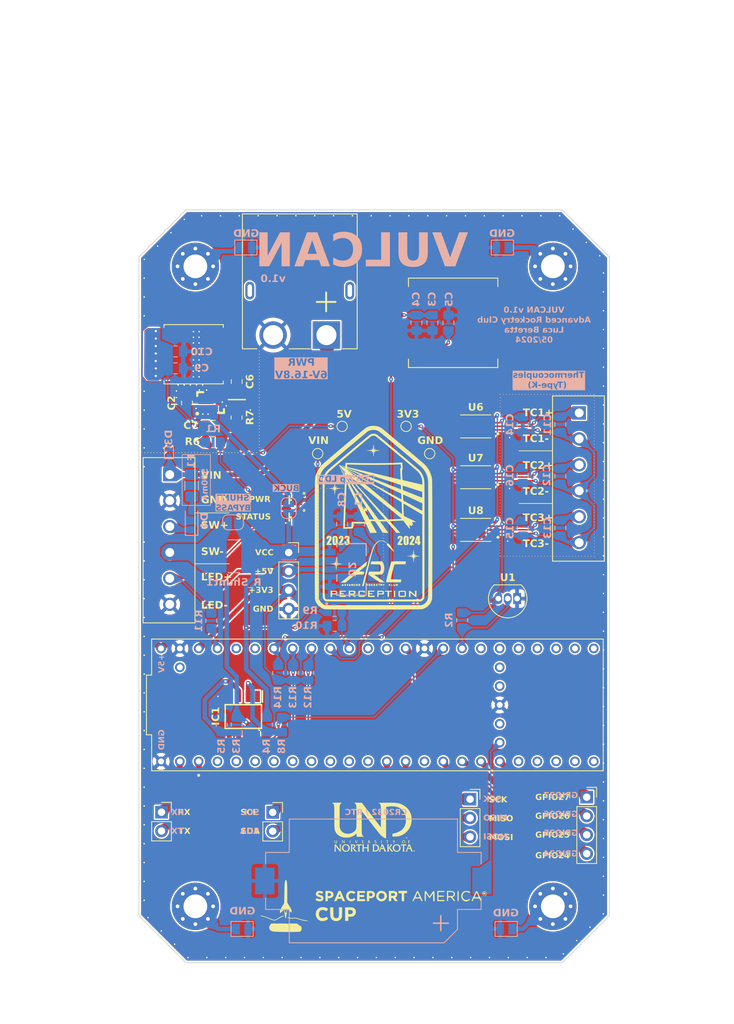
<source format=kicad_pcb>
(kicad_pcb (version 20240108) (generator "pcbnew") (generator_version "8.0")
  (title_block (title "VULCAN") (date "5/7/2024") (rev "0") (comment 4 "Luca Beretta"))
  (layers (0 "F.Cu" signal) (31 "B.Cu" signal) (34 "B.Paste" user) (35 "F.Paste" user) (36 "B.SilkS" user "B.Silkscreen") (37 "F.SilkS" user "F.Silkscreen") (38 "B.Mask" user) (39 "F.Mask" user) (44 "Edge.Cuts" user))
  (net 0 "")
  (net 1 "GND")
  (net 2 "+3V3")
  (net 3 "/+5V")
  (net 4 "/VBAT_COIN")
  (net 5 "/T1")
  (net 6 "/T-")
  (net 7 "/T2")
  (net 8 "/T3")
  (net 9 "/SPI_MISO")
  (net 10 "/SPI_SCK")
  (net 11 "/SPI_MOSI")
  (net 12 "/I2C_SCL")
  (net 13 "/I2C_SDA")
  (net 14 "/TX")
  (net 15 "/RX")
  (net 16 "/GPIO25")
  (net 17 "/GPIO24")
  (net 18 "/GPIO27")
  (net 19 "/GPIO26")
  (net 20 "/PITOT")
  (net 21 "Net-(IC1-+IN)")
  (net 22 "Net-(IC1--IN)")
  (net 23 "/VBAT_CURRENT_SENSE")
  (net 27 "/TC_DATA")
  (net 28 "/VCC")
  (net 29 "/BOARD_TEMP")
  (net 30 "/VCC_SENSE")
  (net 31 "/VBAT_SW")
  (net 32 "/LED_GRN")
  (net 33 "/VBAT")
  (net 34 "/VBAT_RP")
  (net 35 "Net-(D2-PadA)")
  (net 36 "Net-(JP1-B)")
  (net 37 "Net-(JP3-A)")
  (net 38 "Net-(JP4-A)")
  (net 39 "Net-(JP5-A)")
  (net 40 "Net-(JP6-A)")
  (net 73 "Net-(U4-FB)")
  (net 74 "Net-(U4-SW)")
  (net 75 "Net-(U4-BST)")
  (net 76 "Net-(D4-A)")
  (net 82 "Net-(U5-A9)")
  (footprint "Resistor_SMD:R_0805_2012Metric_Pad1.20x1.40mm_HandSolder" (layer "F.Cu") (at 162.4076 77.0382)
    (property "Reference" "R6")
    (property "Value" "220k")
  )
  (footprint "CustomFootprintLib:IND_SRN8040TA-6R8M" (layer "F.Cu") (at 159.7858 65.2018 180)
    (property "Reference" "L1" (hide yes))
    (property "Value" "6.8uH")
  )
  (footprint "Package_TO_SOT_THT:TO-92_Inline" (layer "F.Cu") (at 203.454 98.171 180)
    (property "Reference" "U1")
    (property "Value" "DS18B20+")
  )
  (footprint "Resistor_SMD:R_0805_2012Metric_Pad1.20x1.40mm_HandSolder" (layer "F.Cu") (at 165.5826 73.7456 90)
    (property "Reference" "R7")
    (property "Value" "41.2k")
  )
  (footprint "TestPoint:TestPoint_Pad_D1.0mm" (layer "F.Cu") (at 179.832 74.93 -90)
    (property "Reference" "TP2" (hide yes))
    (property "Value" "+5V")
  )
  (footprint "MountingHole:MountingHole_3.2mm_M3_Pad_Via" (layer "F.Cu") (at 160.02 53.34)
    (property "Reference" "H1" (hide yes))
    (property "Value" "MountingHole_Pad")
  )
  (footprint "CustomFootprintLib:SON50P300X400X80-11N" (layer "F.Cu") (at 197.866 74.938 180)
    (property "Reference" "U6")
    (property "Value" "MAX31850KATB+T")
  )
  (footprint "CustomFootprintLib:SON50P300X400X80-11N" (layer "F.Cu") (at 197.866 81.796 180)
    (property "Reference" "U7")
    (property "Value" "MAX31850KATB+T")
  )
  (footprint "Capacitor_SMD:C_0805_2012Metric_Pad1.18x1.45mm_HandSolder" (layer "F.Cu") (at 158.8912 71.7804 90)
    (property "Reference" "C2")
    (property "Value" "10uF")
  )
  (footprint "Skyhawkson_Footprints:OSRAM_0805" (layer "F.Cu") (at 172.7962 84.8614)
    (property "Reference" "D2" (hide yes))
    (property "Value" "CMD17-21VRD/TR8")
  )
  (footprint "Capacitor_SMD:C_0805_2012Metric_Pad1.18x1.45mm_HandSolder" (layer "F.Cu") (at 165.5968 68.8848 90)
    (property "Reference" "C6")
    (property "Value" "0.1uF")
  )
  (footprint "CustomFootprintLib:AMASS_XT60PW-M" (layer "F.Cu") (at 174.117 56.617)
    (property "Reference" "J1" (hide yes))
    (property "Value" "XT60PW-M")
  )
  (footprint "TestPoint:TestPoint_Pad_D1.0mm" (layer "F.Cu") (at 176.53 78.610832)
    (property "Reference" "TP4" (hide yes))
    (property "Value" "VIN")
  )
  (footprint "LOGO" (layer "F.Cu") (at 184.15 87.122)
    (property "Reference" "G1" (hide yes))
    (property "Value" "LOGO" (hide yes))
  )
  (footprint "CustomFootprintLib:TERMBLOCK_OSTTE060104" (layer "F.Cu") (at 211.836 73.122 -90)
    (property "Reference" "J8" (hide yes))
    (property "Value" "Screw_Terminal_01x06" (hide yes))
  )
  (footprint "LOGO" (layer "F.Cu") (at 184.013289 139.7)
    (property "Reference" "G***" (hide yes))
    (property "Value" "LOGO" (hide yes))
  )
  (footprint "Connector_PinSocket_2.54mm:PinSocket_1x03_P2.54mm_Vertical" (layer "F.Cu") (at 197.104 125.237)
    (property "Reference" "J5" (hide yes))
    (property "Value" "SPI")
  )
  (footprint "Capacitor_SMD:C_0805_2012Metric_Pad1.18x1.45mm_HandSolder" (layer "F.Cu") (at 162.429 74.8538)
    (property "Reference" "C7")
    (property "Value" "47pF")
  )
  (footprint "Connector_PinSocket_2.54mm:PinSocket_1x02_P2.54mm_Vertical" (layer "F.Cu") (at 155.448 127)
    (property "Reference" "J4" (hide yes))
    (property "Value" "Serial")
  )
  (footprint "CustomFootprintLib:TERMBLOCK_OSTTE060104" (layer "F.Cu") (at 156.564 81.447 -90)
    (property "Reference" "J7" (hide yes))
    (property "Value" "Screw_Terminal_01x06" (hide yes))
  )
  (footprint "MountingHole:MountingHole_3.2mm_M3_Pad_Via" (layer "F.Cu") (at 208.28 53.34)
    (property "Reference" "H2" (hide yes))
    (property "Value" "MountingHole_Pad")
  )
  (footprint "LOGO" (layer "F.Cu") (at 184.06537 129.032)
    (property "Reference" "G***" (hide yes))
    (property "Value" "LOGO" (hide yes))
  )
  (footprint "TestPoint:TestPoint_Pad_D1.0mm" (layer "F.Cu") (at 188.468 74.93)
    (property "Reference" "TP3" (hide yes))
    (property "Value" "+3V3")
  )
  (footprint "CustomFootprintLib:MODULE_DEV-16771" (layer "F.Cu") (at 184.596667 112.522)
    (property "Reference" "U5" (hide yes))
    (property "Value" "Teensy 4.1")
  )
  (footprint "MountingHole:MountingHole_3.2mm_M3_Pad_Via" (layer "F.Cu") (at 208.28 139.7)
    (property "Reference" "H4" (hide yes))
    (property "Value" "MountingHole_Pad")
  )
  (footprint "TestPoint:TestPoint_Pad_D1.0mm" (layer "F.Cu") (at 191.647 78.610832 -90)
    (property "Reference" "TP1" (hide yes))
    (property "Value" "GND")
  )
  (footprint "MountingHole:MountingHole_3.2mm_M3_Pad_Via" (layer "F.Cu") (at 160.02 139.7)
    (property "Reference" "H3" (hide yes))
    (property "Value" "MountingHole_Pad")
  )
  (footprint "SnapEDA Library:XDCR_MPXV7002DP" (layer "F.Cu") (at 194.82 60.96)
    (property "Reference" "U3" (hide yes))
    (property "Value" "MPXV7002DP" (hide yes))
  )
  (footprint "CustomFootprintLib:AP63356 (V-DFN3020-13)" (layer "F.Cu") (at 162.0794 71.7178)
    (property "Reference" "U4" (hide yes))
    (property "Value" "AP63357QZV-7" (hide yes))
  )
  (footprint "Connector_PinSocket_2.54mm:PinSocket_1x04_P2.54mm_Vertical" (layer "F.Cu") (at 212.852 124.968)
    (property "Reference" "J6" (hide yes))
    (property "Value" "GPIO")
  )
  (footprint "Skyhawkson_Footprints:OSRAM_0805" (layer "F.Cu") (at 172.7962 87.1728)
    (property "Reference" "D1" (hide yes))
    (property "Value" "CMD17-21VGD/TR8")
  )
  (footprint "Connector_PinSocket_2.54mm:PinSocket_1x02_P2.54mm_Vertical" (layer "F.Cu") (at 170.459 127.02)
    (property "Reference" "J3" (hide yes))
    (property "Value" "I2C")
  )
  (footprint "Amplifier_Operational_Analog:Analog_LT1001_CS8" (layer "F.Cu") (at 166.497 114.083 -90)
    (property "Reference" "IC1")
    (property "Value" "LT1001CS8#PBF" (hide yes))
  )
  (footprint "CustomFootprintLib:SON50P300X400X80-11N" (layer "F.Cu") (at 197.866 88.9 180)
    (property "Reference" "U8")
    (property "Value" "MAX31850KATB+T")
  )
  (footprint "Connector_PinSocket_2.54mm:PinSocket_1x04_P2.54mm_Vertical" (layer "F.Cu") (at 172.618 91.958)
    (property "Reference" "J2" (hide yes))
    (property "Value" "POWER")
  )
  (footprint "Capacitor_SMD:C_0805_2012Metric_Pad1.18x1.45mm_HandSolder" (layer "B.Cu") (at 204.216 74.6975 -90)
    (property "Reference" "C14")
    (property "Value" "0.1uF")
  )
  (footprint "Resistor_SMD:R_0805_2012Metric_Pad1.20x1.40mm_HandSolder" (layer "B.Cu") (at 163.576 115.189 -90)
    (property "Reference" "R5")
    (property "Value" "5.1K")
  )
  (footprint "Resistor_SMD:R_0805_2012Metric_Pad1.20x1.40mm_HandSolder" (layer "B.Cu") (at 162.179 101.1682 -90)
    (property "Reference" "R11")
    (property "Value" "R")
  )
  (footprint "CustomFootprintLib:SolderJumper" (layer "B.Cu") (at 166.84 50.85)
    (property "Reference" "JP3" (hide yes))
    (property "Value" "Jumper_2_Open")
  )
  (footprint "Jumper:SolderJumper-2_P1.3mm_Open_RoundedPad1.0x1.5mm" (layer "B.Cu") (at 172.6184 85.964 90)
    (property "Reference" "JP1" (hide yes))
    (property "Value" "Jumper_2_Open")
  )
  (footprint "PCM_Diode_SMD_Handsoldering_AKL:D_SOD-882_DFN1006-2_TVS" (layer "B.Cu") (at 156.464 78.486 -90)
    (property "Reference" "D3")
    (property "Value" "SPHV12-01ETG-C" (hide yes))
  )
  (footprint "Resistor_SMD:R_0805_2012Metric_Pad1.20x1.40mm_HandSolder" (layer "B.Cu") (at 171.704 115.189 -90)
    (property "Reference" "R8")
    (property "Value" "5.1K")
  )
  (footprint "Capacitor_SMD:C_0805_2012Metric_Pad1.18x1.45mm_HandSolder" (layer "B.Cu") (at 194.183 60.96 90)
    (property "Reference" "C5")
    (property "Value" "470pF")
  )
  (footprint "Fuse:Fuse_1206_3216Metric_Pad1.42x1.75mm_HandSolder" (layer "B.Cu") (at 159.512 82.931 -90)
    (property "Reference" "F1")
    (property "Value" "500mA")
  )
  (footprint "Capacitor_SMD:C_0805_2012Metric_Pad1.18x1.45mm_HandSolder" (layer "B.Cu") (at 157.3418 64.8208)
    (property "Reference" "C10")
    (property "Value" "22uF")
  )
  (footprint "Battery:BatteryHolder_Keystone_1060_1x2032" (layer "B.Cu") (at 184.05 136.271 180)
    (property "Reference" "BT1" (hide yes))
    (property "Value" "Battery_Cell")
  )
  (footprint "Capacitor_SMD:C_0805_2012Metric_Pad1.18x1.45mm_HandSolder" (layer "B.Cu") (at 204.216 81.5555 -90)
    (property "Reference" "C16")
    (property "Value" "0.1uF")
  )
  (footprint "Diode_SMD:D_SOD-323_HandSoldering" (layer "B.Cu") (at 159.512 87.63 90)
    (property "Reference" "D4")
    (property "Value" "BAT165A")
  )
  (footprint "CustomFootprintLib:SolderJumper" (layer "B.Cu") (at 201.46 50.75 180)
    (property "Reference" "JP4" (hide yes))
    (property "Value" "Jumper_2_Open")
  )
  (footprint "Resistor_SMD:R_0805_2012Metric_Pad1.20x1.40mm_HandSolder" (layer "B.Cu") (at 165.608 115.181 -90)
    (property "Reference" "R3")
    (property "Value" "1K")
  )
  (footprint "Jumper:SolderJumper-2_P1.3mm_Open_RoundedPad1.0x1.5mm" (layer "B.Cu") (at 165.1 87.884 180)
    (property "Reference" "JP2" (hide yes))
    (property "Value" "Jumper_2_Open")
  )
  (footprint "Capacitor_SMD:C_0805_2012Metric_Pad1.18x1.45mm_HandSolder" (layer "B.Cu") (at 209.296 81.661 -90)
    (property "Reference" "C12")
    (property "Value" "0.01uF")
  )
  (footprint "Capacitor_SMD:C_0805_2012Metric_Pad1.18x1.45mm_HandSolder" (layer "B.Cu") (at 182.118 88.1165 90)
    (property "Reference" "C1")
    (property "Value" "22uF")
  )
  (footprint "CustomFootprintLib:SolderJumper" (layer "B.Cu") (at 166.332 142.798)
    (property "Reference" "JP5" (hide yes))
    (property "Value" "Jumper_2_Open")
  )
  (footprint "Capacitor_SMD:C_0805_2012Metric_Pad1.18x1.45mm_HandSolder" (layer "B.Cu") (at 189.865 60.96 -90)
    (property "Reference" "C4")
    (property "Value" "1.0uF")
  )
  (footprint "Capacitor_SMD:C_0805_2012Metric_Pad1.18x1.45mm_HandSolder" (layer "B.Cu") (at 209.296 88.646 -90)
    (property "Reference" "C13")
    (property "Value" "0.01uF")
  )
  (footprint "Resistor_SMD:R_0805_2012Metric_Pad1.20x1.40mm_HandSolder" (layer "B.Cu") (at 171.196 108.204 -90)
    (property "Reference" "R14")
    (property "Value" "4.7k")
  )
  (footprint "Capacitor_SMD:C_0805_2012Metric_Pad1.18x1.45mm_HandSolder" (layer "B.Cu") (at 192.024 60.96 -90)
    (property "Reference" "C3")
    (property "Value" "0.01uF")
  )
  (footprint "CustomFootprintLib:SOT223-5_DIO" (layer "B.Cu") (at 181.102 94.234 90)
    (property "Reference" "U2")
    (property "Value" "AZ1117IH-5.0TRG1")
  )
  (footprint "Capacitor_SMD:C_0805_2012Metric_Pad1.18x1.45mm_HandSolder" (layer "B.Cu") (at 209.296 74.676 -90)
    (property "Reference" "C11")
    (property "Value" "0.01uF")
  )
  (footprint "Resistor_SMD:R_0805_2012Metric_Pad1.20x1.40mm_HandSolder" (layer "B.Cu") (at 196.0372 101.092 -90)
    (property "Reference" "R2")
    (property "Value" "4.7k")
  )
  (footprint "Capacitor_SMD:C_0805_2012Metric_Pad1.18x1.45mm_HandSolder" (layer "B.Cu") (at 204.216 88.6675 -90)
    (property "Reference" "C15")
    (property "Value" "0.1uF")
  )
  (footprint "Resistor_SMD:R_0805_2012Metric_Pad1.20x1.40mm_HandSolder" (layer "B.Cu") (at 169.672 115.181 -90)
    (property "Reference" "R4")
    (property "Value" "1K")
  )
  (footprint "CustomFootprintLib:SolderJumper" (layer "B.Cu") (at 201.968 142.698 180)
    (property "Reference" "JP6" (hide yes))
    (property "Value" "Jumper_2_Open")
  )
  (footprint "Resistor_SMD:R_0805_2012Metric_Pad1.20x1.40mm_HandSolder" (layer "B.Cu") (at 178.816 99.822)
    (property "Reference" "R9")
    (property "Value" "300k")
  )
  (footprint "Resistor_SMD:R_0805_2012Metric_Pad1.20x1.40mm_HandSolder" (layer "B.Cu") (at 175.26 108.204 90)
    (property "Reference" "R12")
    (property "Value" "4.7k")
  )
  (footprint "Resistor_SMD:R_2816_7142Metric_Pad3.20x4.45mm_HandSolder" (layer "B.Cu") (at 165.227 92.456 180)
    (property "Reference" "R_Shunt1")
    (property "Value" "0.05")
  )
  (footprint "Resistor_SMD:R_0805_2012Metric_Pad1.20x1.40mm_HandSolder" (layer "B.Cu") (at 162.4076 77.089)
    (property "Reference" "R1")
    (property "Value" "150")
  )
  (footprint "Resistor_SMD:R_0805_2012Metric_Pad1.20x1.40mm_HandSolder" (layer "B.Cu") (at 173.228 108.204 90)
    (property "Reference" "R13")
    (property "Value" "4.7k")
  )
  (footprint "Capacitor_SMD:C_0805_2012Metric_Pad1.18x1.45mm_HandSolder" (layer "B.Cu") (at 157.3418 67.1068)
    (property "Reference" "C9")
    (property "Value" "22uF")
  )
  (footprint "Resistor_SMD:R_0805_2012Metric_Pad1.20x1.40mm_HandSolder" (layer "B.Cu") (at 178.816 101.854 180)
    (property "Reference" "R10")
    (property "Value" "100k")
  )
  (footprint "Capacitor_SMD:C_0805_2012Metric_Pad1.18x1.45mm_HandSolder" (layer "B.Cu") (at 179.832 88.1165 90)
    (property "Reference" "C8")
    (property "Value" "10uF")
  )
  (gr_rect (start 176.53 83.312) (end 185.42 98.298) (stroke (width 0.1) (type dot)) (fill none) (layer "B.SilkS"))
  (gr_rect (start 201.168 70.612) (end 213.868 92.456) (stroke (width 0.1) (type dot)) (fill none) (layer "B.SilkS"))
  (gr_rect (start 158.242 78.74) (end 162.052 85.598) (stroke (width 0.1)) (fill none) (layer "B.SilkS"))
  (gr_line (start 164.592 93.472) (end 160.02 93.472) (stroke (width 0.1)) (layer "F.SilkS"))
  (gr_line (start 208.2292 78.232) (end 203.708 78.232) (stroke (width 0.1)) (layer "F.SilkS"))
  (gr_line (start 153.162 78.486) (end 168.656 78.486) (stroke (width 0.1) (type dot)) (layer "F.SilkS"))
  (gr_line (start 208.2292 85.344) (end 203.708 85.344) (stroke (width 0.1)) (layer "F.SilkS"))
  (gr_line (start 166.7652 71.3232) (end 164.4792 71.3232) (stroke (width 0.2)) (layer "F.SilkS"))
  (gr_line (start 164.592 86.614) (end 160.02 86.614) (stroke (width 0.1)) (layer "F.SilkS"))
  (gr_line (start 168.656 64.77) (end 168.656 78.486) (stroke (width 0.1) (type dot)) (layer "F.SilkS"))
  (gr_line (start 158.75 147.32) (end 209.55 147.32) (stroke (width 0.1)) (layer "Edge.Cuts"))
  (gr_line (start 209.55 147.32) (end 215.9 140.97) (stroke (width 0.1)) (layer "Edge.Cuts"))
  (gr_line (start 152.4 52.07) (end 152.4 140.97) (stroke (width 0.1)) (layer "Edge.Cuts"))
  (gr_line (start 158.75 45.72) (end 152.4 52.07) (stroke (width 0.1)) (layer "Edge.Cuts"))
  (gr_line (start 152.4 140.97) (end 158.75 147.32) (stroke (width 0.1)) (layer "Edge.Cuts"))
  (gr_line (start 209.55 45.72) (end 158.75 45.72) (stroke (width 0.1)) (layer "Edge.Cuts"))
  (gr_line (start 215.9 52.07) (end 209.55 45.72) (stroke (width 0.1)) (layer "Edge.Cuts"))
  (gr_line (start 215.9 140.97) (end 215.9 52.07) (stroke (width 0.1)) (layer "Edge.Cuts"))
  (gr_text "MOSI" (at 198.882 130.81 -0) (layer "B.SilkS") (effects (font (size 0.8 0.8) (thickness 0.2) (bold yes)) (justify right bottom mirror)))
  (gr_text "GPIO25" (at 207.01 130.302 -0) (layer "B.SilkS") (effects (font (size 0.8 0.8) (thickness 0.2) (bold yes)) (justify right bottom mirror)))
  (gr_text "PWR\n6V-16.8V" (at 174.3202 68.6054 0) (layer "B.SilkS" knockout) (effects (font (size 1 1) (thickness 0.2) (bold yes)) (justify bottom mirror)))
  (gr_text "VULCAN v1.0\nAdvanced Rocketry Club\nLuca Beretta\n05/2024" (at 205.74 63.754 0) (layer "B.SilkS") (effects (font (size 0.8 0.8) (thickness 0.2) (bold yes)) (justify bottom mirror)))
  (gr_text "SCK" (at 198.882 125.73 -0) (layer "B.SilkS") (effects (font (size 0.8 0.8) (thickness 0.2) (bold yes)) (justify right bottom mirror)))
  (gr_text "GND" (at 166.878 49.53 0) (layer "B.SilkS") (effects (font (size 1 1) (thickness 0.2) (bold yes)) (justify bottom mirror)))
  (gr_text "SHUNT\nBYPASS" (at 165.1254 86.4362 0) (layer "B.SilkS" knockout) (effects (font (size 0.8 0.8) (thickness 0.2) (bold yes)) (justify bottom mirror)))
  (gr_text "BUCK" (at 174.0408 83.7946 0) (layer "B.SilkS" knockout) (effects (font (size 0.8 0.8) (thickness 0.2) (bold yes)) (justify left bottom mirror)))
  (gr_text "GPIO26" (at 207.01 127.762 -0) (layer "B.SilkS") (effects (font (size 0.8 0.8) (thickness 0.2) (bold yes)) (justify right bottom mirror)))
  (gr_text "GND" (at 166.37 140.97 0) (layer "B.SilkS") (effects (font (size 1 1) (thickness 0.2) (bold yes)) (justify bottom mirror)))
  (gr_text "Thermocouples \n(Type-K)" (at 207.518 69.85 0) (layer "B.SilkS" knockout) (effects (font (size 0.8 0.8) (thickness 0.2) (bold yes)) (justify bottom mirror)))
  (gr_text "SDA" (at 168.656 130.048 -0) (layer "B.SilkS") (effects (font (size 0.8 0.8) (thickness 0.2) (bold yes)) (justify left bottom mirror)))
  (gr_text "GND" (at 201.422 49.53 0) (layer "B.SilkS") (effects (font (size 1 1) (thickness 0.2) (bold yes)) (justify bottom mirror)))
  (gr_text "GPIO24" (at 207.01 133.096 -0) (layer "B.SilkS") (effects (font (size 0.8 0.8) (thickness 0.2) (bold yes)) (justify right bottom mirror)))
  (gr_text "Backup LDO" (at 184.15 82.55 0) (layer "B.SilkS" knockout) (effects (font (size 0.8 0.8) (thickness 0.2) (bold yes)) (justify left bottom mirror)))
  (gr_text "CR2032 / RTC" (at 184.404 127.508 0) (layer "B.SilkS") (effects (font (size 0.8 0.8) (thickness 0.2) (bold yes)) (justify bottom mirror)))
  (gr_text "VULCAN" (at 196.85 54.102 0) (layer "B.SilkS") (effects (font (size 4.5 4.5) (thickness 0.3) (bold yes) (italic yes)) (justify left bottom mirror)))
  (gr_text "+5V" (at 155.956 108.204 90) (layer "B.SilkS") (effects (font (size 0.8 0.8) (thickness 0.2) (bold yes)) (justify right bottom mirror)))
  (gr_text "MISO" (at 198.882 128.27 -0) (layer "B.SilkS") (effects (font (size 0.8 0.8) (thickness 0.2) (bold yes)) (justify right bottom mirror)))
  (gr_text "GPIO27" (at 207.01 125.222 -0) (layer "B.SilkS") (effects (font (size 0.8 0.8) (thickness 0.2) (bold yes)) (justify right bottom mirror)))
  (gr_text "500mA" (at 161.798 84.963 90) (layer "B.SilkS") (effects (font (size 0.8 0.8) (thickness 0.2) (bold yes)) (justify right bottom mirror)))
  (gr_text "v1.0" (at 172.212 55.626 0) (layer "B.SilkS") (effects (font (size 1 1) (thickness 0.2) (bold yes)) (justify left bottom mirror)))
  (gr_text "SCL" (at 168.656 127.508 -0) (layer "B.SilkS") (effects (font (size 0.8 0.8) (thickness 0.2) (bold yes)) (justify left bottom mirror)))
  (gr_text "RX" (at 158.496 127.508 -0) (layer "B.SilkS") (effects (font (size 0.8 0.8) (thickness 0.2) (bold yes)) (justify left bottom mirror)))
  (gr_text "GND" (at 155.956 118.618 90) (layer "B.SilkS") (effects (font (size 0.8 0.8) (thickness 0.2) (bold yes)) (justify right bottom mirror)))
  (gr_text "TX" (at 158.383648 130.048 -0) (layer "B.SilkS") (effects (font (size 0.8 0.8) (thickness 0.2) (bold yes)) (justify left bottom mirror)))
  (gr_text "GND" (at 201.93 141.224 0) (layer "B.SilkS") (effects (font (size 1 1) (thickness 0.2) (bold yes)) (justify bottom mirror)))
  (gr_text "TC3+" (at 204.216 87.884 0) (layer "F.SilkS") (effects (font (size 1 1) (thickness 0.2) (bold yes)) (justify left bottom)))
  (gr_text "TC2+" (at 204.216 80.828 0) (layer "F.SilkS") (effects (font (size 1 1) (thickness 0.2) (bold yes)) (justify left bottom)))
  (gr_text "3V3" (at 187.198 73.914 0) (layer "F.SilkS") (effects (font (size 1 1) (thickness 0.2) (bold yes)) (justify left bottom)))
  (gr_text "MISO" (at 199.644 128.349584 0) (layer "F.SilkS") (effects (font (size 0.8 0.8) (thickness 0.2) (bold yes)) (justify left bottom)))
  (gr_text "GPIO25" (at 210.566 130.556 0) (layer "F.SilkS") (effects (font (size 0.8 0.8) (thickness 0.2) (bold yes)) (justify right bottom)))
  (gr_text "TC3-" (at 204.216 91.384 0) (layer "F.SilkS") (effects (font (size 1 1) (thickness 0.2) (bold yes)) (justify left bottom)))
  (gr_text "TC1-" (at 204.216 77.216 0) (layer "F.SilkS") (effects (font (size 1 1) (thickness 0.2) (bold yes)) (justify left bottom)))
  (gr_text "GPIO27" (at 210.566 125.476 0) (layer "F.SilkS") (effects (font (size 0.8 0.8) (thickness 0.2) (bold yes)) (justify right bottom)))
  (gr_text "RX" (at 157.621648 127.508 0) (layer "F.SilkS") (effects (font (size 0.8 0.8) (thickness 0.2) (bold yes)) (justify left bottom)))
  (gr_text "LED+" (at 160.782 95.885 0) (layer "F.SilkS") (effects (font (size 1 1) (thickness 0.2) (bold yes)) (justify left bottom)))
  (gr_text "5V" (at 179.07 73.914 0) (layer "F.SilkS") (effects (font (size 1 1) (thickness 0.2) (bold yes)) (justify left bottom)))
  (gr_text "LED-" (at 160.782 99.695 0) (layer "F.SilkS") (effects (font (size 1 1) (thickness 0.2) (bold yes)) (justify left bottom)))
  (gr_text "GND" (at 170.561 100.076 0) (layer "F.SilkS") (effects (font (size 0.8 0.8) (thickness 0.2) (bold yes)) (justify right bottom)))
  (gr_text "GPIO24" (at 210.566 133.35 0) (layer "F.SilkS") (effects (font (size 0.8 0.8) (thickness 0.2) (bold yes)) (justify right bottom)))
  (gr_text "VIN" (at 160.782 82.169 0) (layer "F.SilkS") (effects (font (size 1 1) (thickness 0.2) (bold yes)) (justify left bottom)))
  (gr_text "SCL" (at 166.116 127.508 0) (layer "F.SilkS") (effects (font (size 0.8 0.8) (thickness 0.2) (bold yes)) (justify left bottom)))
  (gr_text "SDA" (at 166.116 130.048 0) (layer "F.SilkS") (effects (font (size 0.8 0.8) (thickness 0.2) (bold yes)) (justify left bottom)))
  (gr_text "SW+" (at 160.782 88.9 0) (layer "F.SilkS") (effects (font (size 1 1) (thickness 0.2) (bold yes)) (justify left bottom)))
  (gr_text "TX" (at 157.734 130.048 0) (layer "F.SilkS") (effects (font (size 0.8 0.8) (thickness 0.2) (bold yes)) (justify left bottom)))
  (gr_text "VIN" (at 175.26 77.47 0) (layer "F.SilkS") (effects (font (size 1 1) (thickness 0.2) (bold yes)) (justify left bottom)))
  (gr_text "TC1+" (at 204.216 73.716 0) (layer "F.SilkS") (effects (font (size 1 1) (thickness 0.2) (bold yes)) (justify left bottom)))
  (gr_text "VCC" (at 170.586 92.456 0) (layer "F.SilkS") (effects (font (size 0.8 0.8) (thickness 0.2) (bold yes)) (justify right bottom)))
  (gr_text "TC2-" (at 204.216 84.328 0) (layer "F.SilkS") (effects (font (size 1 1) (thickness 0.2) (bold yes)) (justify left bottom)))
  (gr_text "SCK" (at 199.644 125.809584 0) (layer "F.SilkS") (effects (font (size 0.8 0.8) (thickness 0.2) (bold yes)) (justify left bottom)))
  (gr_text "GND" (at 160.782 85.471 0) (layer "F.SilkS") (effects (font (size 1 1) (thickness 0.2) (bold yes)) (justify left bottom)))
  (gr_text "+3V3" (at 170.561 97.536 0) (layer "F.SilkS") (effects (font (size 0.8 0.8) (thickness 0.2) (bold yes)) (justify right bottom)))
  (gr_text "SW-" (at 160.782 92.456 0) (layer "F.SilkS") (effects (font (size 1 1) (thickness 0.2) (bold yes)) (justify left bottom)))
  (gr_text "GPIO26" (at 210.566 128.016 0) (layer "F.SilkS") (effects (font (size 0.8 0.8) (thickness 0.2) (bold yes)) (justify right bottom)))
  (gr_text "+5V" (at 170.586 94.996 0) (layer "F.SilkS") (effects (font (size 0.8 0.8) (thickness 0.2) (bold yes)) (justify right bottom)))
  (gr_text "PWR" (at 170.172183 85.2678 0) (layer "F.SilkS") (effects (font (size 0.8 0.8) (thickness 0.2) (bold yes)) (justify right bottom)))
  (gr_text "GND\n" (at 189.992 77.47 0) (layer "F.SilkS") (effects (font (size 1 1) (thickness 0.2) (bold yes)) (justify left bottom)))
  (gr_text "MOSI" (at 199.644 130.889584 0) (layer "F.SilkS") (effects (font (size 0.8 0.8) (thickness 0.2) (bold yes)) (justify left bottom)))
  (gr_text "STATUS" (at 170.2054 87.63 0) (layer "F.SilkS") (effects (font (size 0.8 0.8) (thickness 0.2) (bold yes)) (justify right bottom)))
  (segment (start 202.184 90.424) (end 201.66 89.9) (width 0.2) (layer "F.Cu") (net 1))
  (segment (start 158.8912 70.7429) (end 160.0239 70.7429) (width 0.6) (layer "F.Cu") (net 1))
  (segment (start 160.0239 70.7429) (end 160.2488 70.9678) (width 0.6) (layer "F.Cu") (net 1))
  (segment (start 201.66 89.9) (end 199.801 89.9) (width 0.2) (layer "F.Cu") (net 1))
  (segment (start 160.2488 70.9678) (end 161.4044 70.9678) (width 0.6) (layer "F.Cu") (net 1))
  (via (at 188.850364 46.5081) (size 0.5) (drill 0.2) (layers "F.Cu" "B.Cu") (net 1))
  (via (at 215.1119 128.007073) (size 0.5) (drill 0.2) (layers "F.Cu" "B.Cu") (net 1))
  (via (at 196.481932 46.5081) (size 0.5) (drill 0.2) (layers "F.Cu" "B.Cu") (net 1))
  (via (at 215.1119 87.305377) (size 0.5) (drill 0.2) (layers "F.Cu" "B.Cu") (net 1))
  (via (at 176.829566 146.6081) (size 0.5) (drill 0.2) (layers "F.Cu" "B.Cu") (net 1))
  (via (at 153.1119 70.196853) (size 0.5) (drill 0.2) (layers "F.Cu" "B.Cu") (net 1))
  (via (at 215.1119 110.200081) (size 0.5) (drill 0.2) (layers "F.Cu" "B.Cu") (net 1))
  (via (at 215.1119 54.235249) (size 0.5) (drill 0.2) (layers "F.Cu" "B.Cu") (net 1))
  (via (at 160.867948 46.5081) (size 0.5) (drill 0.2) (layers "F.Cu" "B.Cu") (net 1))
  (via (at 215.1119 69.498385) (size 0.5) (drill 0.2) (layers "F.Cu" "B.Cu") (net 1))
  (via (at 169.197998 146.6081) (size 0.5) (drill 0.2) (layers "F.Cu" "B.Cu") (net 1))
  (via (at 164.110286 146.6081) (size 0.5) (drill 0.2) (layers "F.Cu" "B.Cu") (net 1))
  (via (at 215.1119 117.831649) (size 0.5) (drill 0.2) (layers "F.Cu" "B.Cu") (net 1))
  (via (at 215.1119 79.673809) (size 0.5) (drill 0.2) (layers "F.Cu" "B.Cu") (net 1))
  (via (at 215.1119 92.393089) (size 0.5) (drill 0.2) (layers "F.Cu" "B.Cu") (net 1))
  (via (at 215.1119 112.743937) (size 0.5) (drill 0.2) (layers "F.Cu" "B.Cu") (net 1))
  (via (at 160.17571 69.342) (size 0.5) (drill 0.2) (layers "F.Cu" "B.Cu") (net 1))
  (via (at 215.1119 82.217665) (size 0.5) (drill 0.2) (layers "F.Cu" "B.Cu") (net 1))
  (via (at 153.1119 121.073973) (size 0.5) (drill 0.2) (layers "F.Cu" "B.Cu") (net 1))
  (via (at 215.1119 97.480801) (size 0.5) (drill 0.2) (layers "F.Cu" "B.Cu") (net 1))
  (via (at 159.022574 146.6081) (size 0.5) (drill 0.2) (layers "F.Cu" "B.Cu") (net 1))
  (via (at 161.006652 69.342) (size 0.5) (drill 0.2) (layers "F.Cu" "B.Cu") (net 1))
  (via (at 153.1119 105.810837) (size 0.5) (drill 0.2) (layers "F.Cu" "B.Cu") (net 1))
  (via (at 183.762652 46.5081) (size 0.5) (drill 0.2) (layers "F.Cu" "B.Cu") (net 1))
  (via (at 160.5168 68.2498) (size 0.5) (drill 0.2) (layers "F.Cu" "B.Cu") (net 1))
  (via (at 202.438 76.454) (size 0.5) (drill 0.2) (layers "F.Cu" "B.Cu") (net 1))
  (via (at 202.184 90.424) (size 0.5) (drill 0.2) (layers "F.Cu" "B.Cu") (net 1))
  (via (at 161.56643 146.6081) (size 0.5) (drill 0.2) (layers "F.Cu" "B.Cu") (net 1))
  (via (at 159.7548 68.2498) (size 0.5) (drill 0.2) (layers "F.Cu" "B.Cu") (net 1))
  (via (at 153.1119 128.705541) (size 0.5) (drill 0.2) (layers "F.Cu" "B.Cu") (net 1))
  (via (at 215.1119 102.568513) (size 0.5) (drill 0.2) (layers "F.Cu" "B.Cu") (net 1))
  (via (at 189.548846 146.6081) (size 0.5) (drill 0.2) (layers "F.Cu" "B.Cu") (net 1))
  (via (at 209.695122 146.114218) (size 0.5) (drill 0.2) (layers "F.Cu" "B.Cu") (net 1))
  (via (at 153.1119 126.161685) (size 0.5) (drill 0.2) (layers "F.Cu" "B.Cu") (net 1))
  (via (at 156.72989 48.80077) (size 0.5) (drill 0.2) (layers "F.Cu" "B.Cu") (net 1))
  (via (at 164.1856 72.1614) (size 0.5) (drill 0.2) (layers "F.Cu" "B.Cu") (net 1))
  (via (at 199.72427 146.6081) (size 0.5) (drill 0.2) (layers "F.Cu" "B.Cu") (net 1))
  (via (at 159.7548 65.9638) (size 0.5) (drill 0.2) (layers "F.Cu" "B.Cu") (net 1))
  (via (at 159.7548 66.7258) (size 0.5) (drill 0.2) (layers "F.Cu" "B.Cu") (net 1))
  (via (at 204.811982 146.6081) (size 0.5) (drill 0.2) (layers "F.Cu" "B.Cu") (net 1))
  (via (at 159.7548 64.4398) (size 0.5) (drill 0.2) (layers "F.Cu" "B.Cu") (net 1))
  (via (at 159.7548 65.2018) (size 0.5) (drill 0.2) (layers "F.Cu" "B.Cu") (net 1))
  (via (at 215.1119 122.919361) (size 0.5) (drill 0.2) (layers "F.Cu" "B.Cu") (net 1))
  (via (at 178.67494 46.5081) (size 0.5) (drill 0.2) (layers "F.Cu" "B.Cu") (net 1))
  (via (at 215.1119 64.410673) (size 0.5) (drill 0.2) (layers "F.Cu" "B.Cu") (net 1))
  (via (at 160.5168 65.9638) (size 0.5) (drill 0.2) (layers "F.Cu" "B.Cu") (net 1))
  (via (at 193.938076 46.5081) (size 0.5) (drill 0.2) (layers "F.Cu" "B.Cu") (net 1))
  (via (at 157.4688 71.0438) (size 0.5) (drill 0.2) (layers "F.Cu" "B.Cu") (net 1))
  (via (at 202.438 83.312) (size 0.5) (drill 0.2) (layers "F.Cu" "B.Cu") (net 1))
  (via (at 158.513826 69.342) (size 0.5) (drill 0.2) (layers "F.Cu" "B.Cu") (net 1))
  (via (at 159.7548 62.1538) (size 0.5) (drill 0.2) (layers "F.Cu" "B.Cu") (net 1))
  (via (at 212.798796 50.105656) (size 0.5) (drill 0.2) (layers "F.Cu" "B.Cu") (net 1))
  (via (at 215.1119 74.586097) (size 0.5) (drill 0.2) (layers "F.Cu" "B.Cu") (net 1))
  (via (at 197.180414 146.6081) (size 0.5) (drill 0.2) (layers "F.Cu" "B.Cu") (net 1))
  (via (at 153.1119 136.337109) (size 0.5) (drill 0.2) (layers "F.Cu" "B.Cu") (net 1))
  (via (at 160.528 62.1538) (size 0.5) (drill 0.2) (layers "F.Cu" "B.Cu") (net 1))
  (via (at 153.1119 108.354693) (size 0.5) (drill 0.2) (layers "F.Cu" "B.Cu") (net 1))
  (via (at 153.1119 57.477573) (size 0.5) (drill 0.2) (layers "F.Cu" "B.Cu") (net 1))
  (via (at 157.223792 144.809332) (size 0.5) (drill 0.2) (layers "F.Cu" "B.Cu") (net 1))
  (via (at 174.28571 146.6081) (size 0.5) (drill 0.2) (layers "F.Cu" "B.Cu") (net 1))
  (via (at 211.000018 48.306878) (size 0.5) (drill 0.2) (layers "F.Cu" "B.Cu") (net 1))
  (via (at 157.6974 69.342) (size 0.5) (drill 0.2) (layers "F.Cu" "B.Cu") (net 1))
  (via (at 160.5168 67.4878) (size 0.5) (drill 0.2) (layers "F.Cu" "B.Cu") (net 1))
  (via (at 181.917278 146.6081) (size 0.5) (drill 0.2) (layers "F.Cu" "B.Cu") (net 1))
  (via (at 159.7548 67.4878) (size 0.5) (drill 0.2) (layers "F.Cu" "B.Cu") (net 1))
  (via (at 173.587228 46.5081) (size 0.5) (drill 0.2) (layers "F.Cu" "B.Cu") (net 1))
  (via (at 184.461134 146.6081) (size 0.5) (drill 0.2) (layers "F.Cu" "B.Cu") (net 1))
  (via (at 215.1119 61.866817) (size 0.5) (drill 0.2) (layers "F.Cu" "B.Cu") (net 1))
  (via (at 171.043372 46.5081) (size 0.5) (drill 0.2) (layers "F.Cu" "B.Cu") (net 1))
  (via (at 209.20124 46.5081) (size 0.5) (drill 0.2) (layers "F.Cu" "B.Cu") (net 1))
  (via (at 159.7548 63.6778) (size 0.5) (drill 0.2) (layers "F.Cu" "B.Cu") (net 1))
  (via (at 213.292678 142.516662) (size 0.5) (drill 0.2) (layers "F.Cu" "B.Cu") (net 1))
  (via (at 163.068 111.371) (size 0.5) (drill 0.2) (layers "F.Cu" "B.Cu") (net 1))
  (via (at 153.1119 80.372277) (size 0.5) (drill 0.2) (layers "F.Cu" "B.Cu") (net 1))
  (via (at 215.1119 133.094785) (size 0.5) (drill 0.2) (layers "F.Cu" "B.Cu") (net 1))
  (via (at 153.1119 133.793253) (size 0.5) (drill 0.2) (layers "F.Cu" "B.Cu") (net 1))
  (via (at 153.626236 141.211776) (size 0.5) (drill 0.2) (layers "F.Cu" "B.Cu") (net 1))
  (via (at 186.306508 46.5081) (size 0.5) (drill 0.2) (layers "F.Cu" "B.Cu") (net 1))
  (via (at 153.1119 118.530117) (size 0.5) (drill 0.2) (layers "F.Cu" "B.Cu") (net 1))
  (via (at 179.373422 146.6081) (size 0.5) (drill 0.2) (layers "F.Cu" "B.Cu") (net 1))
  (via (at 153.1119 72.740709) (size 0.5) (drill 0.2) (layers "F.Cu" "B.Cu") (net 1))
  (via (at 215.1119 125.463217) (size 0.5) (drill 0.2) (layers "F.Cu" "B.Cu") (net 1))
  (via (at 215.1119 59.322961) (size 0.5) (drill 0.2) (layers "F.Cu" "B.Cu") (net 1))
  (via (at 155.425014 143.010554) (size 0.5) (drill 0.2) (layers "F.Cu" "B.Cu") (net 1))
  (via (at 159.344768 69.342) (size 0.5) (drill 0.2) (layers "F.Cu" "B.Cu") (net 1))
  (via (at 163.411804 46.5081) (size 0.5) (drill 0.2) (layers "F.Cu" "B.Cu") (net 1))
  (via (at 160.5168 65.2018) (size 0.5) (drill 0.2) (layers "F.Cu" "B.Cu") (net 1))
  (via (at 166.654142 146.6081) (size 0.5) (drill 0.2) (layers "F.Cu" "B.Cu") (net 1))
  (via (at 153.1119 60.021429) (size 0.5) (drill 0.2) (layers "F.Cu" "B.Cu") (net 1))
  (via (at 192.092702 146.6081) (size 0.5) (drill 0.2) (layers "F.Cu" "B.Cu") (net 1))
  (via (at 167.4368 72.7202) (size 0.5) (drill 0.2) (layers "F.Cu" "B.Cu") (net 1))
  (via (at 194.636558 146.6081) (size 0.5) (drill 0.2) (layers "F.Cu" "B.Cu") (net 1))
  (via (at 153.1119 95.635413) (size 0.5) (drill 0.2) (layers "F.Cu" "B.Cu") (net 1))
  (via (at 215.1119 56.779105) (size 0.5) (drill 0.2) (layers "F.Cu" "B.Cu") (net 1))
  (via (at 153.1119 100.723125) (size 0.5) (drill 0.2) (layers "F.Cu" "B.Cu") (net 1))
  (via (at 160.5676 70.0278) (size 0.5) (drill 0.2) (layers "F.Cu" "B.Cu") (net 1))
  (via (at 153.1119 77.828421) (size 0.5) (drill 0.2) (layers "F.Cu" "B.Cu") (net 1))
  (via (at 168.499516 46.5081) (size 0.5) (drill 0.2) (layers "F.Cu" "B.Cu") (net 1))
  (via (at 215.1119 72.042241) (size 0.5) (drill 0.2) (layers "F.Cu" "B.Cu") (net 1))
  (via (at 153.1119 103.266981) (size 0.5) (drill 0.2) (layers "F.Cu" "B.Cu") (net 1))
  (via (at 181.218796 46.5081) (size 0.5) (drill 0.2) (layers "F.Cu" "B.Cu") (net 1))
  (via (at 176.131084 46.5081) (size 0.5) (drill 0.2) (layers "F.Cu" "B.Cu") (net 1))
  (via (at 215.1119 135.638641) (size 0.5) (drill 0.2) (layers "F.Cu" "B.Cu") (net 1))
  (via (at 211.4939 144.31544) (size 0.5) (drill 0.2) (layers "F.Cu" "B.Cu") (net 1))
  (via (at 160.5168 66.7258) (size 0.5) (drill 0.2) (layers "F.Cu" "B.Cu") (net 1))
  (via (at 153.1119 75.284565) (size 0.5) (drill 0.2) (layers "F.Cu" "B.Cu") (net 1))
  (via (at 159.7548 62.9158) (size 0.5) (drill 0.2) (layers "F.Cu" "B.Cu") (net 1))
  (via (at 153.1119 93.091557) (size 0.5) (drill 0.2) (layers "F.Cu" "B.Cu") (net 1))
  (via (at 215.1119 94.936945) (size 0.5) (drill 0.2) (layers "F.Cu" "B.Cu") (net 1))
  (via (at 207.355838 146.6081) (size 0.5) (drill 0.2) (layers "F.Cu" "B.Cu") (net 1))
  (via (at 215.1119 107.656225) (size 0.5) (drill 0.2) (layers "F.Cu" "B.Cu") (net 1))
  (via (at 215.1119 89.849233) (size 0.5) (drill 0.2) (layers "F.Cu" "B.Cu") (net 1))
  (via (at 187.00499 146.6081) (size 0.5) (drill 0.2) (layers "F.Cu" "B.Cu") (net 1))
  (via (at 215.1119 130.550929) (size 0.5) (drill 0.2) (layers "F.Cu" "B.Cu") (net 1))
  (via (at 215.1119 66.954529) (size 0.5) (drill 0.2) (layers "F.Cu" "B.Cu") (net 1))
  (via (at 153.1119 138.880965) (size 0.5) (drill 0.2) (layers "F.Cu" "B.Cu") (net 1))
  (via (at 157.4688 70.1548) (size 0.5) (drill 0.2) (layers "F.Cu" "B.Cu") (net 1))
  (via (at 153.132335 52.398325) (size 0.5) (drill 0.2) (layers "F.Cu" "B.Cu") (net 1))
  (via (at 215.1119 115.287793) (size 0.5) (drill 0.2) (layers "F.Cu" "B.Cu") (net 1))
  (via (at 215.1119 84.761521) (size 0.5) (drill 0.2) (layers "F.Cu" "B.Cu") (net 1))
  (via (at 153.1119 131.249397) (size 0.5) (drill 0.2) (layers "F.Cu" "B.Cu") (net 1))
  (via (at 215.091455 140.717885) (size 0.5) (drill 0.2) (layers "F.Cu" "B.Cu") (net 1))
  (via (at 215.1119 77.129953) (size 0.5) (drill 0.2) (layers "F.Cu" "B.Cu") (net 1))
  (via (at 214.597573 51.904433) (size 0.5) (drill 0.2) (layers "F.Cu" "B.Cu") (net 1))
  (via (at 153.1119 123.617829) (size 0.5) (drill 0.2) (layers "F.Cu" "B.Cu") (net 1))
  (via (at 215.1119 105.112369) (size 0.5) (drill 0.2) (layers "F.Cu" "B.Cu") (net 1))
  (via (at 153.1119 113.442405) (size 0.5) (drill 0.2) (layers "F.Cu" "B.Cu") (net 1))
  (via (at 215.1119 120.375505) (size 0.5) (drill 0.2) (layers "F.Cu" "B.Cu") (net 1))
  (via (at 160.5168 64.4398) (size 0.5) (drill 0.2) (layers "F.Cu" "B.Cu") (net 1))
  (via (at 153.1119 54.933717) (size 0.5) (drill 0.2) (layers "F.Cu" "B.Cu") (net 1))
  (via (at 202.268126 146.6081) (size 0.5) (drill 0.2) (layers "F.Cu" "B.Cu") (net 1))
  (via (at 215.1119 100.024657) (size 0.5) (drill 0.2) (layers "F.Cu" "B.Cu") (net 1))
  (via (at 161.5328 70.0278) (size 0.5) (drill 0.2) (layers "F.Cu" "B.Cu") (net 1))
  (via (at 201.569644 46.5081) (size 0.5) (drill 0.2) (layers "F.Cu" "B.Cu") (net 1))
  (via (at 163.6522 71.6534) (size 0.5) (drill 0.2) (layers "F.Cu" "B.Cu") (net 1))
  (via (at 158.528668 47.001992) (size 0.5) (drill 0.2) (layers "F.Cu" "B.Cu") (net 1))
  (via (at 160.5168 62.9158) (size 0.5) (drill 0.2) (layers "F.Cu" "B.Cu") (net 1))
  (via (at 171.741854 146.6081) (size 0.5) (drill 0.2) (layers "F.Cu" "B.Cu") (net 1))
  (via (at 204.1135 46.5081) (size 0.5) (drill 0.2) (layers "F.Cu" "B.Cu") (net 1))
  (via (at 153.1119 110.898549) (size 0.5) (drill 0.2) (layers "F.Cu" "B.Cu") (net 1))
  (via (at 165.95566 46.5081) (size 0.5) (drill 0.2) (layers "F.Cu" "B.Cu") (net 1))
  (via (at 206.657356 46.5081) (size 0.5) (drill 0.2) (layers "F.Cu" "B.Cu") (net 1))
  (via (at 154.931113 50.599547) (size 0.5) (drill 0.2) (layers "F.Cu" "B.Cu") (net 1))
  (via (at 160.5168 63.6778) (size 0.5) (drill 0.2) (layers "F.Cu" "B.Cu") (net 1))
  (via (at 153.1119 90.547701) (size 0.5) (drill 0.2) (layers "F.Cu" "B.Cu") (net 1))
  (via (at 191.39422 46.5081) (size 0.5) (drill 0.2) (layers "F.Cu" "B.Cu") (net 1))
  (via (at 199.025788 46.5081) (size 0.5) (drill 0.2) (layers "F.Cu" "B.Cu") (net 1))
  (via (at 153.1119 98.179269) (size 0.5) (drill 0.2) (layers "F.Cu" "B.Cu") (net 1))
  (via (at 153.1119 115.986261) (size 0.5) (drill 0.2) (layers "F.Cu" "B.Cu") (net 1))
  (via (at 215.1119 138.182497) (size 0.5) (drill 0.2) (layers "F.Cu" "B.Cu") (net 1))
  (segment (start 166.9796 79.502) (end 166.8994 79.502) (width 0.2) (layer "B.Cu") (net 1))
  (segment (start 158.3793 67.1068) (end 158.3793 64.8208) (width 0.6) (layer "B.Cu") (net 1))
  (segment (start 167.0304 79.502) (end 166.9796 79.502) (width 0.2) (layer "B.Cu") (net 1))
  (segment (start 201.144 81.304) (end 201.422 81.026) (width 0.2) (layer "F.Cu") (net 2))
  (segment (start 174.498 98.552) (end 172.984 97.038) (width 0.3) (layer "F.Cu") (net 2))
  (segment (start 195.326 98.552) (end 195.58 98.552) (width 0.2) (layer "F.Cu") (net 2))
  (segment (start 194.818 98.044) (end 195.326 98.552) (width 0.2) (layer "F.Cu") (net 2))
  (segment (start 200.533 98.552) (end 195.58 98.552) (width 0.3) (layer "F.Cu") (net 2))
  (segment (start 195.931 88.4) (end 194.826 88.4) (width 0.2) (layer "F.Cu") (net 2))
  (segment (start 199.958 88.416) (end 201.144 88.416) (width 0.2) (layer "F.Cu") (net 2))
  (segment (start 190.5 74.93) (end 188.468 74.93) (width 0.2) (layer "F.Cu") (net 2))
  (segment (start 172.618 97.038) (end 168.330667 97.038) (width 0.6) (layer "F.Cu") (net 2))
  (segment (start 168.330667 97.038) (end 160.466667 104.902) (width 0.6) (layer "F.Cu") (net 2))
  (segment (start 194.818 98.044) (end 194.818 91.186) (width 0.2) (layer "F.Cu") (net 2))
  (segment (start 199.958 74.446) (end 201.144 74.446) (width 0.2) (layer "F.Cu") (net 2))
  (segment (start 194.842 80.796) (end 194.818 80.772) (width 0.2) (layer "F.Cu") (net 2))
  (segment (start 194.826 88.4) (end 194.818 88.392) (width 0.2) (layer "F.Cu") (net 2))
  (segment (start 201.144 74.446) (end 201.422 74.168) (width 0.2) (layer "F.Cu") (net 2))
  (segment (start 195.58 98.552) (end 194.31 98.552) (width 0.3) (layer "F.Cu") (net 2))
  (segment (start 195.931 80.796) (end 194.842 80.796) (width 0.2) (layer "F.Cu") (net 2))
  (segment (start 194.31 98.552) (end 174.498 98.552) (width 0.3) (layer "F.Cu") (net 2))
  (segment (start 194.818 98.552) (end 194.818 98.044) (width 0.2) (layer "F.Cu") (net 2))
  (segment (start 201.144 88.416) (end 201.422 88.138) (width 0.2) (layer "F.Cu") (net 2))
  (segment (start 194.818 98.044) (end 194.31 98.552) (width 0.2) (layer "F.Cu") (net 2))
  (segment (start 200.914 98.171) (end 200.533 98.552) (width 0.3) (layer "F.Cu") (net 2))
  (segment (start 199.958 81.304) (end 201.144 81.304) (width 0.2) (layer "F.Cu") (net 2))
  (via (at 194.818 80.772) (size 0.5) (drill 0.2) (layers "F.Cu" "B.Cu") (net 2))
  (via (at 201.422 81.026) (size 0.5) (drill 0.2) (layers "F.Cu" "B.Cu") (net 2))
  (via (at 201.422 74.168) (size 0.5) (drill 0.2) (layers "F.Cu" "B.Cu") (net 2))
  (via (at 194.818 88.392) (size 0.5) (drill 0.2) (layers "F.Cu" "B.Cu") (net 2))
  (via (at 201.422 88.138) (size 0.5) (drill 0.2) (layers "F.Cu" "B.Cu") (net 2))
  (via (at 194.818 91.186) (size 0.5) (drill 0.2) (layers "F.Cu" "B.Cu") (net 2))
  (via (at 190.5 74.93) (size 0.5) (drill 0.2) (layers "F.Cu" "B.Cu") (net 2))
  (segment (start 201.168 88.392) (end 201.422 88.138) (width 0.2) (layer "B.Cu") (net 2))
  (segment (start 201.422 96.774) (end 200.914 97.282) (width 0.2) (layer "B.Cu") (net 2))
  (segment (start 194.818 80.772) (end 194.818 88.392) (width 0.2) (layer "B.Cu") (net 2))
  (segment (start 171.196 109.22) (end 169.411744 107.435744) (width 0.2) (layer "B.Cu") (net 2))
  (segment (start 201.93 73.66) (end 201.422 74.168) (width 0.2) (layer "B.Cu") (net 2))
  (segment (start 201.422 88.138) (end 201.422 81.026) (width 0.2) (layer "B.Cu") (net 2))
  (segment (start 200.914 97.282) (end 200.914 97.79) (width 0.2) (layer "B.Cu") (net 2))
  (segment (start 201.422 81.026) (end 201.422 74.168) (width 0.2) (layer "B.Cu") (net 2))
  (segment (start 169.411744 107.435744) (end 169.411744 100.244256) (width 0.2) (layer "B.Cu") (net 2))
  (segment (start 204.216 73.66) (end 201.93 73.66) (width 0.2) (layer "B.Cu") (net 2))
  (segment (start 203.708 81.026) (end 201.422 81.026) (width 0.2) (layer "B.Cu") (net 2))
  (segment (start 203.708 88.138) (end 201.422 88.138) (width 0.2) (layer "B.Cu") (net 2))
  (segment (start 194.818 80.772) (end 194.818 79.248) (width 0.2) (layer "B.Cu") (net 2))
  (segment (start 201.422 93.98) (end 201.422 88.138) (width 0.2) (layer "B.Cu") (net 2))
  (segment (start 194.818 88.392) (end 194.818 91.186) (width 0.2) (layer "B.Cu") (net 2))
  (segment (start 173.228 109.204) (end 171.212 109.204) (width 0.2) (layer "B.Cu") (net 2))
  (segment (start 201.422 93.98) (end 201.422 96.774) (width 0.2) (layer "B.Cu") (net 2))
  (segment (start 169.411744 100.244256) (end 172.618 97.038) (width 0.2) (layer "B.Cu") (net 2))
  (segment (start 194.818 79.248) (end 190.5 74.93) (width 0.2) (layer "B.Cu") (net 2))
  (segment (start 196.0372 100.092) (end 198.993 100.092) (width 0.2) (layer "B.Cu") (net 2))
  (segment (start 175.26 109.204) (end 173.228 109.204) (width 0.2) (layer "B.Cu") (net 2))
  (segment (start 204.216 87.63) (end 203.708 88.138) (width 0.2) (layer "B.Cu") (net 2))
  (segment (start 204.216 80.518) (end 203.708 81.026) (width 0.2) (layer "B.Cu") (net 2))
  (segment (start 198.993 100.092) (end 200.914 98.171) (width 0.2) (layer "B.Cu") (net 2))
  (segment (start 204.9565 87.122) (end 204.216 87.8625) (width 0.2) (layer "B.Cu") (net 2))
  (segment (start 181.864 62.738) (end 184.912 59.69) (width 0.2) (layer "F.Cu") (net 3))
  (segment (start 188.214 59.9225) (end 188.1925 59.944) (width 0.2) (layer "F.Cu") (net 3))
  (segment (start 178.3334 74.93) (end 179.832 74.93) (width 0.2) (layer "F.Cu") (net 3))
  (segment (start 154.3558 79.7052) (end 154.3558 103.871133) (width 0.4) (layer "F.Cu") (net 3))
  (segment (start 188.1925 59.944) (end 186.184 59.944) (width 0.2) (layer "F.Cu") (net 3))
  (segment (start 162.8554 78.486) (end 161.4076 77.0382) (width 0.2) (layer "F.Cu") (net 3))
  (segment (start 165.800667 94.488) (end 155.386667 104.902) (width 0.5) (layer "F.Cu") (net 3))
  (segment (start 169.164 78.486) (end 162.8554 78.486) (width 0.2) (layer "F.Cu") (net 3))
  (segment (start 179.832 74.93) (end 181.864 72.898) (width 0.2) (layer "F.Cu") (net 3))
  (segment (start 157.0228 77.0382) (end 154.3558 79.7052) (width 0.4) (layer "F.Cu") (net 3))
  (segment (start 173.228 94.488) (end 165.800667 94.488) (width 0.5) (layer "F.Cu") (net 3))
  (segment (start 178.308 74.9046) (end 178.3334 74.93) (width 0.2) (layer "F.Cu") (net 3))
  (segment (start 160.2994 77.0382) (end 157.0228 77.0382) (width 0.4) (layer "F.Cu") (net 3))
  (segment (start 154.3558 103.871133) (end 155.386667 104.902) (width 0.4) (layer "F.Cu") (net 3))
  (segment (start 181.864 72.898) (end 181.864 62.738) (width 0.2) (layer "F.Cu") (net 3))
  (segment (start 161.4076 77.0382) (end 160.2994 77.0382) (width 0.4) (layer "F.Cu") (net 3))
  (segment (start 184.912 59.69) (end 185.93 59.69) (width 0.2) (layer "F.Cu") (net 3))
  (segment (start 161.4076 77.0382) (end 161.4076 74.8699) (width 0.2) (layer "F.Cu") (net 3))
  (segment (start 161.3915 74.8538) (end 160.0398 74.8538) (width 0.2) (layer "F.Cu") (net 3))
  (via (at 154.6748 62.0776) (size 0.6) (drill 0.3) (layers "F.Cu" "B.Cu") (net 3))
  (via (at 178.308 74.9046) (size 0.5) (drill 0.2) (layers "F.Cu" "B.Cu") (net 3))
  (via (at 154.6748 63.085135) (size 0.6) (drill 0.3) (layers "F.Cu" "B.Cu") (net 3))
  (via (at 160.0398 74.8538) (size 0.5) (drill 0.2) (layers "F.Cu" "B.Cu") (net 3))
  (via (at 169.164 78.486) (size 0.5) (drill 0.2) (layers "F.Cu" "B.Cu") (net 3))
  (via (at 188.214 59.9225) (size 0.5) (drill 0.2) (layers "F.Cu" "B.Cu") (net 3))
  (via (at 154.6748 65.100201) (size 0.6) (drill 0.3) (layers "F.Cu" "B.Cu") (net 3))
  (via (at 154.6748 68.1228) (size 0.6) (drill 0.3) (layers "F.Cu" "B.Cu") (net 3))
  (via (at 154.6748 64.092668) (size 0.6) (drill 0.3) (layers "F.Cu" "B.Cu") (net 3))
  (via (at 160.2994 77.0382) (size 0.5) (drill 0.2) (layers "F.Cu" "B.Cu") (net 3))
  (via (at 154.6748 67.115267) (size 0.6) (drill 0.3) (layers "F.Cu" "B.Cu") (net 3))
  (via (at 154.6748 66.107734) (size 0.6) (drill 0.3) (layers "F.Cu" "B.Cu") (net 3))
  (segment (start 161.4076 77.089) (end 160.3502 77.089) (width 0.2) (layer "B.Cu") (net 3))
  (segment (start 184.0357 94.234) (end 184.0357 91.0717) (width 0.6) (layer "B.Cu") (net 3))
  (segment (start 156.3043 71.1183) (end 160.0398 74.8538) (width 0.2) (layer "B.Cu") (net 3))
  (segment (start 184.0357 91.0717) (end 182.118 89.154) (width 0.6) (layer "B.Cu") (net 3))
  (segment (start 172.7454 74.9046) (end 169.164 78.486) (width 0.2) (layer "B.Cu") (net 3))
  (segment (start 188.214 59.9225) (end 189.357 59.9225) (width 0.2) (layer "B.Cu") (net 3))
  (segment (start 178.1683 94.234) (end 172.882 94.234) (width 0.6) (layer "B.Cu") (net 3))
  (segment (start 160.3502 77.089) (end 160.2994 77.0382) (width 0.2) (layer "B.Cu") (net 3))
  (segment (start 178.308 74.9046) (end 172.7454 74.9046) (width 0.2) (layer "B.Cu") (net 3))
  (segment (start 184.0357 94.234) (end 178.1683 94.234) (width 0.6) (layer "B.Cu") (net 3))
  (segment (start 189.357 59.9225) (end 191.77 59.9225) (width 0.2) (layer "B.Cu") (net 3))
  (segment (start 156.3043 67.1068) (end 156.3043 71.1183) (width 0.2) (layer "B.Cu") (net 3))
  (segment (start 199.898 118.810667) (end 199.898 135.073) (width 0.2) (layer "B.Cu") (net 4))
  (segment (start 201.106667 117.602) (end 199.898 118.810667) (width 0.2) (layer "B.Cu") (net 4))
  (segment (start 205.74 74.422) (end 205.248 74.914) (width 0.2) (layer "F.Cu") (net 5))
  (segment (start 205.248 74.914) (end 199.958 74.914) (width 0.2) (layer "F.Cu") (net 5))
  (via (at 205.74 74.422) (size 0.5) (drill 0.2) (layers "F.Cu" "B.Cu") (net 5))
  (segment (start 211.836 73.122) (end 209.8125 73.122) (width 0.2) (layer "B.Cu") (net 5))
  (segment (start 205.74 74.422) (end 206.5235 73.6385) (width 0.2) (layer "B.Cu") (net 5))
  (segment (start 209.8125 73.122) (end 209.296 73.6385) (width 0.2) (layer "B.Cu") (net 5))
  (segment (start 206.5235 73.6385) (end 209.296 73.6385) (width 0.2) (layer "B.Cu") (net 5))
  (segment (start 205.994 89.384) (end 199.958 89.384) (width 0.2) (layer "F.Cu") (net 6))
  (segment (start 206.229635 75.419635) (end 206.224 75.414) (width 0.2) (layer "F.Cu") (net 6))
  (segment (start 205.97 82.272) (end 199.958 82.272) (width 0.2) (layer "F.Cu") (net 6))
  (segment (start 206.224 75.414) (end 199.958 75.414) (width 0.2) (layer "F.Cu") (net 6))
  (via (at 205.97 82.272) (size 0.5) (drill 0.2) (layers "F.Cu" "B.Cu") (net 6))
  (via (at 205.994 89.384) (size 0.5) (drill 0.2) (layers "F.Cu" "B.Cu") (net 6))
  (via (at 206.229635 75.419635) (size 0.5) (drill 0.2) (layers "F.Cu" "B.Cu") (net 6))
  (segment (start 206.3965 82.6985) (end 209.296 82.6985) (width 0.2) (layer "B.Cu") (net 6))
  (segment (start 211.836 76.622) (end 210.2045 76.622) (width 0.3) (layer "B.Cu") (net 6))
  (segment (start 211.836 90.622) (end 213.868 88.59) (width 0.3) (layer "B.Cu") (net 6))
  (segment (start 206.272 89.662) (end 205.994 89.384) (width 0.2) (layer "B.Cu") (net 6))
  (segment (start 213.868 85.654) (end 211.836 83.622) (width 0.3) (layer "B.Cu") (net 6))
  (segment (start 210.2195 83.622) (end 209.296 82.6985) (width 0.3) (layer "B.Cu") (net 6))
  (segment (start 213.868 78.486) (end 212.004 76.622) (width 0.3) (layer "B.Cu") (net 6))
  (segment (start 210.2345 90.622) (end 209.296 89.6835) (width 0.3) (layer "B.Cu") (net 6))
  (segment (start 211.836 83.622) (end 210.2195 83.622) (width 0.3) (layer "B.Cu") (net 6))
  (segment (start 209.296 75.7135) (end 206.5235 75.7135) (width 0.2) (layer "B.Cu") (net 6))
  (segment (start 213.868 81.59) (end 213.868 78.486) (width 0.3) (layer "B.Cu") (net 6))
  (segment (start 205.97 82.272) (end 206.3965 82.6985) (width 0.2) (layer "B.Cu") (net 6))
  (segment (start 210.2045 76.622) (end 209.296 75.7135) (width 0.3) (layer "B.Cu") (net 6))
  (segment (start 213.868 88.59) (end 213.868 85.654) (width 0.3) (layer "B.Cu") (net 6))
  (segment (start 206.5235 75.7135) (end 206.229635 75.419635) (width 0.2) (layer "B.Cu") (net 6))
  (segment (start 207.518 89.662) (end 206.272 89.662) (width 0.2) (layer "B.Cu") (net 6))
  (segment (start 211.836 90.622) (end 210.2345 90.622) (width 0.3) (layer "B.Cu") (net 6))
  (segment (start 209.296 89.6835) (end 207.5395 89.6835) (width 0.2) (layer "B.Cu") (net 6))
  (segment (start 211.836 83.622) (end 213.868 81.59) (width 0.3) (layer "B.Cu") (net 6))
  (segment (start 205.79275 81.33275) (end 205.3535 81.772) (width 0.2) (layer "F.Cu") (net 7))
  (segment (start 205.3535 81.772) (end 199.958 81.772) (width 0.2) (layer "F.Cu") (net 7))
  (via (at 205.79275 81.33275) (size 0.5) (drill 0.2) (layers "F.Cu" "B.Cu") (net 7))
  (segment (start 211.836 80.122) (end 209.7975 80.122) (width 0.3) (layer "B.Cu") (net 7))
  (segment (start 205.79275 81.33275) (end 206.502 80.6235) (width 0.2) (layer "B.Cu") (net 7))
  (segment (start 206.502 80.6235) (end 209.296 80.6235) (width 0.2) (layer "B.Cu") (net 7))
  (segment (start 209.7975 80.122) (end 209.296 80.6235) (width 0.3) (layer "B.Cu") (net 7))
  (segment (start 205.248 88.884) (end 199.958 88.884) (width 0.2) (layer "F.Cu") (net 8))
  (segment (start 205.867 88.265) (end 205.248 88.884) (width 0.2) (layer "F.Cu") (net 8))
  (via (at 205.867 88.265) (size 0.5) (drill 0.2) (layers "F.Cu" "B.Cu") (net 8))
  (segment (start 206.5235 87.6085) (end 209.296 87.6085) (width 0.2) (layer "B.Cu") (net 8))
  (segment (start 205.867 88.265) (end 206.5235 87.6085) (width 0.2) (layer "B.Cu") (net 8))
  (segment (start 209.7825 87.122) (end 209.296 87.6085) (width 0.3) (layer "B.Cu") (net 8))
  (segment (start 211.836 87.122) (end 209.7825 87.122) (width 0.3) (layer "B.Cu") (net 8))
  (segment (start 196.357 127.777) (end 194.198 127.777) (width 0.2) (layer "F.Cu") (net 9))
  (segment (start 188.406667 121.985667) (end 188.406667 120.142) (width 0.2) (layer "F.Cu") (net 9))
  (segment (start 194.198 127.777) (end 188.406667 121.985667) (width 0.2) (layer "F.Cu") (net 9))
  (segment (start 194.071 125.237) (end 189.484 120.65) (width 0.2) (layer "F.Cu") (net 10))
  (segment (start 189.484 105.979333) (end 188.406667 104.902) (width 0.2) (layer "F.Cu") (net 10))
  (segment (start 189.484 120.65) (end 189.484 105.979333) (width 0.2) (layer "F.Cu") (net 10))
  (segment (start 197.104 125.237) (end 194.071 125.237) (width 0.2) (layer "F.Cu") (net 10))
  (segment (start 197.104 130.317) (end 194.071 130.317) (width 0.2) (layer "F.Cu") (net 11))
  (segment (start 194.071 130.317) (end 185.866667 122.112667) (width 0.2) (layer "F.Cu") (net 11))
  (segment (start 185.866667 122.112667) (end 185.866667 120.142) (width 0.2) (layer "F.Cu") (net 11))
  (segment (start 173.228 117.856) (end 173.228 108.154) (width 0.2) (layer "F.Cu") (net 12))
  (segment (start 171.958 119.126) (end 173.228 117.856) (width 0.2) (layer "F.Cu") (net 12))
  (segment (start 171.958 125.521) (end 171.958 119.126) (width 0.2) (layer "F.Cu") (net 12))
  (segment (start 170.459 127.02) (end 171.958 125.521) (width 0.2) (layer "F.Cu") (net 12))
  (via (at 173.228 108.154) (size 0.5) (drill 0.2) (layers "F.Cu" "B.Cu") (net 12))
  (segment (start 173.228 108.154) (end 173.228 107.204) (width 0.2) (layer "B.Cu") (net 12))
  (segment (start 173.228 107.204) (end 173.228 104.963333) (width 0.2) (layer "B.Cu") (net 12))
  (segment (start 175.26 118.364) (end 174.498 119.126) (width 0.2) (layer "F.Cu") (net 13))
  (segment (start 175.26 108.154) (end 175.26 118.364) (width 0.2) (layer "F.Cu") (net 13))
  (segment (start 174.498 126.238) (end 171.176 129.56) (width 0.2) (layer "F.Cu") (net 13))
  (segment (start 174.498 119.126) (end 174.498 126.238) (width 0.2) (layer "F.Cu") (net 13))
  (via (at 175.26 108.154) (size 0.5) (drill 0.2) (layers "F.Cu" "B.Cu") (net 13))
  (segment (start 175.706668 107.204) (end 175.706668 105.348667) (width 0.2) (layer "B.Cu") (net 13))
  (segment (start 175.26 107.204) (end 175.26 108.154) (width 0.2) (layer "B.Cu") (net 13))
  (segment (start 160.466667 124.521333) (end 155.448 129.54) (width 0.2) (layer "F.Cu") (net 14))
  (segment (start 160.466667 120.142) (end 160.466667 124.521333) (width 0.2) (layer "F.Cu") (net 14))
  (segment (start 155.448 127) (end 157.926667 124.521333) (width 0.2) (layer "F.Cu") (net 15))
  (segment (start 157.926667 124.521333) (end 157.926667 120.142) (width 0.2) (layer "F.Cu") (net 15))
  (segment (start 208.28 125.476) (end 201.93 125.476) (width 0.2) (layer "F.Cu") (net 16))
  (segment (start 196.596 120.142) (end 196.026667 120.142) (width 0.2) (layer "F.Cu") (net 16))
  (segment (start 212.852 130.048) (end 208.28 125.476) (width 0.2) (layer "F.Cu") (net 16))
  (segment (start 201.93 125.476) (end 196.596 120.142) (width 0.2) (layer "F.Cu") (net 16))
  (segment (start 198.12 123.19) (end 202.438 127.508) (width 0.2) (layer "F.Cu") (net 17))
  (segment (start 196.088 123.19) (end 198.12 123.19) (width 0.2) (layer "F.Cu") (net 17))
  (segment (start 207.772 127.508) (end 212.852 132.588) (width 0.2) (layer "F.Cu") (net 17))
  (segment (start 202.438 127.508) (end 207.772 127.508) (width 0.2) (layer "F.Cu") (net 17))
  (segment (start 193.486667 120.588667) (end 196.088 123.19) (width 0.2) (layer "F.Cu") (net 17))
  (segment (start 210.312 122.428) (end 203.392667 122.428) (width 0.2) (layer "F.Cu") (net 18))
  (segment (start 203.392667 122.428) (end 201.106667 120.142) (width 0.2) (layer "F.Cu") (net 18))
  (segment (start 212.852 124.968) (end 210.312 122.428) (width 0.2) (layer "F.Cu") (net 18))
  (segment (start 202.376667 123.952) (end 198.566667 120.142) (width 0.2) (layer "F.Cu") (net 19))
  (segment (start 209.296 123.952) (end 202.376667 123.952) (width 0.2) (layer "F.Cu") (net 19))
  (segment (start 212.852 127.508) (end 209.296 123.952) (width 0.2) (layer "F.Cu") (net 19))
  (segment (start 186.44 64.77) (end 193.04 64.77) (width 0.2) (layer "F.Cu") (net 20))
  (segment (start 186.436 68.58) (end 186.436 64.774) (width 0.2) (layer "F.Cu") (net 20))
  (segment (start 193.04 64.77) (end 194.183 63.627) (width 0.2) (layer "F.Cu") (net 20))
  (via (at 194.183 63.627) (size 0.5) (drill 0.2) (layers "F.Cu" "B.Cu") (net 20))
  (via (at 186.436 68.58) (size 0.5) (drill 0.2) (layers "F.Cu" "B.Cu") (net 20))
  (segment (start 181.483 106.299) (end 179.643667 106.299) (width 0.2) (layer "B.Cu") (net 20))
  (segment (start 179.643667 106.299) (end 178.246667 104.902) (width 0.2) (layer "B.Cu") (net 20))
  (segment (start 182.118 105.664) (end 181.483 106.299) (width 0.2) (layer "B.Cu") (net 20))
  (segment (start 194.183 63.627) (end 194.183 61.9975) (width 0.2) (layer "B.Cu") (net 20))
  (segment (start 186.436 68.58) (end 186.436 99.822) (width 0.2) (layer "B.Cu") (net 20))
  (segment (start 182.118 104.14) (end 182.118 105.664) (width 0.2) (layer "B.Cu") (net 20))
  (segment (start 186.436 99.822) (end 182.118 104.14) (width 0.2) (layer "B.Cu") (net 20))
  (segment (start 165.862 110.553) (end 165.862 111.371) (width 0.6) (layer "F.Cu") (net 21))
  (segment (start 164.084 109.339) (end 164.648 109.339) (width 0.6) (layer "F.Cu") (net 21))
  (segment (start 164.648 109.339) (end 165.862 110.553) (width 0.6) (layer "F.Cu") (net 21))
  (via (at 164.084 109.339) (size 0.6) (drill 0.3) (layers "F.Cu" "B.Cu") (net 21))
  (segment (start 161.29 114.2285) (end 163.2505 116.189) (width 0.6) (layer "B.Cu") (net 21))
  (segment (start 164.084 109.339) (end 163.748169 109.339) (width 0.6) (layer "B.Cu") (net 21))
  (segment (start 163.576 116.189) (end 165.6 116.189) (width 0.6) (layer "B.Cu") (net 21))
  (segment (start 161.29 111.797169) (end 161.29 114.2285) (width 0.6) (layer "B.Cu") (net 21))
  (segment (start 163.748169 109.339) (end 161.29 111.797169) (width 0.6) (layer "B.Cu") (net 21))
  (segment (start 167.132 109.593) (end 167.132 111.371) (width 0.6) (layer "F.Cu") (net 22))
  (via (at 167.132 109.593) (size 0.6) (drill 0.3) (layers "F.Cu" "B.Cu") (net 22))
  (segment (start 169.672 116.181) (end 167.7416 114.2506) (width 0.6) (layer "B.Cu") (net 22))
  (segment (start 169.672 116.181) (end 171.696 116.181) (width 0.6) (layer "B.Cu") (net 22))
  (segment (start 167.7416 114.2506) (end 167.7416 110.2026) (width 0.6) (layer "B.Cu") (net 22))
  (segment (start 167.7416 110.2026) (end 167.132 109.593) (width 0.6) (layer "B.Cu") (net 22))
  (segment (start 167.013 118.364) (end 165.862 117.213) (width 0.2) (layer "F.Cu") (net 23))
  (segment (start 171.239111 116.288889) (end 169.164 118.364) (width 0.2) (layer "F.Cu") (net 23))
  (segment (start 171.239111 115.139) (end 171.239111 116.288889) (width 0.2) (layer "F.Cu") (net 23))
  (segment (start 169.164 118.364) (end 167.013 118.364) (width 0.2) (layer "F.Cu") (net 23))
  (via (at 171.239111 115.139) (size 0.5) (drill 0.2) (layers "F.Cu" "B.Cu") (net 23))
  (segment (start 171.239111 115.139) (end 171.239111 114.653889) (width 0.2) (layer "B.Cu") (net 23))
  (segment (start 184.199667 114.189) (end 193.486667 104.902) (width 0.2) (layer "B.Cu") (net 23))
  (segment (start 171.704 114.189) (end 184.199667 114.189) (width 0.2) (layer "B.Cu") (net 23))
  (segment (start 199.958 80.804) (end 200.374 80.804) (width 0.2) (layer "F.Cu") (net 27))
  (segment (start 199.958 87.916) (end 200.374 87.916) (width 0.2) (layer "F.Cu") (net 27))
  (segment (start 200.374 80.804) (end 200.787 80.391) (width 0.2) (layer "F.Cu") (net 27))
  (segment (start 200.238544 73.946) (end 199.958 73.946) (width 0.2) (layer "F.Cu") (net 27))
  (segment (start 185.166 103.378) (end 172.150667 103.378) (width 0.2) (layer "F.Cu") (net 27))
  (segment (start 200.778544 73.406) (end 200.238544 73.946) (width 0.2) (layer "F.Cu") (net 27))
  (segment (start 200.374 87.916) (end 200.787 87.503) (width 0.2) (layer "F.Cu") (net 27))
  (via (at 200.787 80.391) (size 0.5) (drill 0.2) (layers "F.Cu" "B.Cu") (net 27))
  (via (at 200.778544 73.406) (size 0.5) (drill 0.2) (layers "F.Cu" "B.Cu") (net 27))
  (via (at 200.787 87.503) (size 0.5) (drill 0.2) (layers "F.Cu" "B.Cu") (net 27))
  (via (at 172.150667 103.378) (size 0.5) (drill 0.2) (layers "F.Cu" "B.Cu") (net 27))
  (via (at 185.166 103.378) (size 0.5) (drill 0.2) (layers "F.Cu" "B.Cu") (net 27))
  (segment (start 200.787 87.757) (end 200.787 87.503) (width 0.2) (layer "B.Cu") (net 27))
  (segment (start 171.196 105.471333) (end 170.626667 104.902) (width 0.2) (layer "B.Cu") (net 27))
  (segment (start 171.196 107.22) (end 171.196 105.471333) (width 0.2) (layer "B.Cu") (net 27))
  (segment (start 185.166 103.378) (end 200.787 87.757) (width 0.2) (layer "B.Cu") (net 27))
  (segment (start 200.787 87.503) (end 200.787 80.391) (width 0.2) (layer "B.Cu") (net 27))
  (segment (start 172.150667 103.378) (end 170.626667 104.902) (width 0.2) (layer "B.Cu") (net 27))
  (segment (start 200.787 73.414456) (end 200.787 80.391) (width 0.2) (layer "B.Cu") (net 27))
  (segment (start 200.778544 73.406) (end 200.787 73.414456) (width 0.2) (layer "B.Cu") (net 27))
  (segment (start 176.53 80.01) (end 176.53 78.610832) (width 0.2) (layer "F.Cu") (net 28))
  (segment (start 173.482 102.108) (end 166.878 102.108) (width 0.2) (layer "F.Cu") (net 28))
  (via (at 176.53 80.01) (size 0.5) (drill 0.2) (layers "F.Cu" "B.Cu") (net 28))
  (via (at 166.878 102.108) (size 0.5) (drill 0.2) (layers "F.Cu" "B.Cu") (net 28))
  (via (at 173.482 102.108) (size 0.5) (drill 0.2) (layers "F.Cu" "B.Cu") (net 28))
  (segment (start 172.5826 91.9226) (end 172.618 91.958) (width 0.6) (layer "B.Cu") (net 28))
  (segment (start 167.827 95.317) (end 167.827 92.456) (width 0.6) (layer "B.Cu") (net 28))
  (segment (start 166.878 107.696) (end 166.878 102.108) (width 0.6) (layer "B.Cu") (net 28))
  (segment (start 175.768 99.822) (end 173.482 102.108) (width 0.2) (layer "B.Cu") (net 28))
  (segment (start 172.618 91.958) (end 172.618 86.6144) (width 0.6) (layer "B.Cu") (net 28))
  (segment (start 166.878 96.266) (end 167.827 95.317) (width 0.6) (layer "B.Cu") (net 28))
  (segment (start 169.672 114.181) (end 169.672 110.49) (width 0.6) (layer "B.Cu") (net 28))
  (segment (start 166.878 102.108) (end 166.878 96.266) (width 0.6) (layer "B.Cu") (net 28))
  (segment (start 169.672 110.49) (end 166.878 107.696) (width 0.6) (layer "B.Cu") (net 28))
  (segment (start 177.816 99.822) (end 175.768 99.822) (width 0.2) (layer "B.Cu") (net 28))
  (segment (start 172.999737 86.614) (end 176.53 83.083737) (width 0.2) (layer "B.Cu") (net 28))
  (segment (start 167.827 92.456) (end 168.3604 91.9226) (width 0.6) (layer "B.Cu") (net 28))
  (segment (start 176.53 83.083737) (end 176.53 80.01) (width 0.2) (layer "B.Cu") (net 28))
  (segment (start 196.0372 102.092) (end 196.0372 104.891467) (width 0.2) (layer "B.Cu") (net 29))
  (segment (start 202.184 99.314) (end 202.184 98.171) (width 0.2) (layer "B.Cu") (net 29))
  (segment (start 196.0372 102.092) (end 199.406 102.092) (width 0.2) (layer "B.Cu") (net 29))
  (segment (start 199.406 102.092) (end 202.184 99.314) (width 0.2) (layer "B.Cu") (net 29))
  (segment (start 179.816 101.854) (end 179.816 99.822) (width 0.2) (layer "B.Cu") (net 30))
  (segment (start 179.816 103.300667) (end 181.102 104.586667) (width 0.2) (layer "B.Cu") (net 30))
  (segment (start 179.816 99.822) (end 179.816 103.300667) (width 0.2) (layer "B.Cu") (net 30))
  (segment (start 166.8526 114.8334) (end 167.132 115.1128) (width 0.6) (layer "F.Cu") (net 31))
  (segment (start 167.132 115.1128) (end 167.132 116.795) (width 0.6) (layer "F.Cu") (net 31))
  (via (at 166.8526 114.8334) (size 0.6) (drill 0.3) (layers "F.Cu" "B.Cu") (net 31))
  (segment (start 165.608 108.712) (end 164.2618 107.3658) (width 0.6) (layer "B.Cu") (net 31))
  (segment (start 162.5 94.682) (end 162.5 91.44) (width 0.6) (layer "B.Cu") (net 31))
  (segment (start 165.608 114.181) (end 165.608 108.712) (width 0.6) (layer "B.Cu") (net 31))
  (segment (start 166.8526 114.8334) (end 166.2002 114.181) (width 0.6) (layer "B.Cu") (net 31))
  (segment (start 164.2618 107.3658) (end 164.2618 96.4438) (width 0.6) (layer "B.Cu") (net 31))
  (segment (start 164.2618 96.4438) (end 162.5 94.682) (width 0.6) (layer "B.Cu") (net 31))
  (segment (start 169.3672 87.1728) (end 171.7462 87.1728) (width 0.2) (layer "F.Cu") (net 32))
  (segment (start 156.564 95.447) (end 161.093 95.447) (width 0.2) (layer "F.Cu") (net 32))
  (segment (start 161.093 95.447) (end 169.3672 87.1728) (width 0.2) (layer "F.Cu") (net 32))
  (segment (start 157.915 95.447) (end 162.179 99.711) (width 0.2) (layer "B.Cu") (net 32))
  (segment (start 156.564 95.447) (end 157.915 95.447) (width 0.2) (layer "B.Cu") (net 32))
  (segment (start 168.743 81.447) (end 177.8 72.39) (width 0.6) (layer "F.Cu") (net 33))
  (segment (start 177.8 72.39) (end 177.8 62.7) (width 0.6) (layer "F.Cu") (net 33))
  (segment (start 156.564 81.447) (end 168.743 81.447) (width 0.6) (layer "F.Cu") (net 33))
  (segment (start 156.564 79.094) (end 156.464 78.994) (width 0.6) (layer "B.Cu") (net 33))
  (segment (start 156.564 81.447) (end 156.564 79.094) (width 0.6) (layer "B.Cu") (net 33))
  (segment (start 159.5085 81.447) (end 159.512 81.4435) (width 0.6) (layer "B.Cu") (net 33))
  (segment (start 156.564 81.447) (end 159.5085 81.447) (width 0.6) (layer "B.Cu") (net 33))
  (segment (start 159.512 88.88) (end 156.997 88.88) (width 0.6) (layer "B.Cu") (net 34))
  (segment (start 156.997 88.88) (end 156.564 88.447) (width 0.6) (layer "B.Cu") (net 34))
  (segment (start 167.1066 83.4644) (end 168.5036 84.8614) (width 0.2) (layer "F.Cu") (net 35))
  (segment (start 168.5036 84.8614) (end 171.7462 84.8614) (width 0.2) (layer "F.Cu") (net 35))
  (via (at 167.1066 83.4644) (size 0.5) (drill 0.2) (layers "F.Cu" "B.Cu") (net 35))
  (segment (start 163.4076 77.089) (end 163.4076 79.7654) (width 0.2) (layer "B.Cu") (net 35))
  (segment (start 163.4076 79.7654) (end 167.1066 83.4644) (width 0.2) (layer "B.Cu") (net 35))
  (via (at 161.736 73.279) (size 0.5) (drill 0.2) (layers "F.Cu" "B.Cu") (net 36))
  (via (at 161.0248 73.279) (size 0.5) (drill 0.2) (layers "F.Cu" "B.Cu") (net 36))
  (via (at 160.1104 72.517) (size 0.5) (drill 0.2) (layers "F.Cu" "B.Cu") (net 36))
  (segment (start 172.6184 85.314) (end 172.6184 84.1756) (width 0.6) (layer "B.Cu") (net 36))
  (segment (start 172.6184 84.1756) (end 161.736 73.2932) (width 0.6) (layer "B.Cu") (net 36))
  (segment (start 161.736 73.2932) (end 161.736 73.279) (width 0.6) (layer "B.Cu") (net 36))
  (segment (start 166.04 51.308) (end 162.052 51.308) (width 0.6) (layer "B.Cu") (net 37))
  (segment (start 205.74 50.8) (end 208.28 53.34) (width 0.6) (layer "B.Cu") (net 38))
  (segment (start 202.26 50.8) (end 205.74 50.8) (width 0.6) (layer "B.Cu") (net 38))
  (segment (start 160.02 139.7) (end 163.068 142.748) (width 0.6) (layer "B.Cu") (net 39))
  (segment (start 163.068 142.748) (end 165.532 142.748) (width 0.6) (layer "B.Cu") (net 39))
  (segment (start 204.216 142.748) (end 202.768 142.748) (width 0.6) (layer "B.Cu") (net 40))
  (segment (start 206.582944 141.397056) (end 205.566944 141.397056) (width 0.6) (layer "B.Cu") (net 40))
  (segment (start 205.566944 141.397056) (end 204.216 142.748) (width 0.6) (layer "B.Cu") (net 40))
  (segment (start 159.512 84.4185) (end 159.512 86.38) (width 0.6) (layer "B.Cu") (net 76))
  (segment (start 162.6362 104.531533) (end 162.6362 102.6254) (width 0.2) (layer "B.Cu") (net 82))
  (zone (net 75) (net_name "Net-(U4-BST)") (layer "F.Cu") (priority 2) (connect_pads yes (clearance 0.15)) (min_thickness 0.15) (fill yes (thermal_gap 0.5) (thermal_bridge_width 0.5) (island_removal_mode 1) (island_area_min 10))
    (polygon (pts (xy 163.0314 71.2216) (xy 163.0822 71.1708) (xy 163.0822 70.5866) (xy 163.1838 70.485) (xy 164.3014 70.485) (xy 164.6062 70.7644) (xy 166.4096 70.7644) (xy 166.5874 70.6374) (xy 166.5874 69.6468) (xy 166.2826 69.3166) (xy 164.9618 69.3166) (xy 163.7172 69.596) (xy 162.7012 70.5866) (xy 162.7012 71.1454) (xy 162.7774 71.2216)))
  )
  (zone (net 73) (net_name "Net-(U4-FB)") (layer "F.Cu") (priority 1) (connect_pads yes (clearance 0.15)) (min_thickness 0.15) (fill yes (thermal_gap 0.5) (thermal_bridge_width 0.5) (island_removal_mode 1) (island_area_min 10))
    (polygon (pts (xy 163.0386 72.2122) (xy 162.7846 72.2122) (xy 162.7084 72.2884) (xy 162.7084 72.8218) (xy 162.81 74.1172) (xy 162.783 77.724) (xy 163.957 77.724) (xy 164.6118 75.6666) (xy 164.9944 75.6158) (xy 166.2644 75.6158) (xy 166.5184 75.3618) (xy 166.5184 74.3458) (xy 166.2644 74.0918) (xy 164.9944 74.0918) (xy 164.2324 74.0918) (xy 163.4704 73.5838) (xy 163.3434 73.4314) (xy 163.1148 72.898) (xy 163.1148 72.2884)))
  )
  (zone (net 3) (net_name "/+5V") (layer "F.Cu") (priority 9) (connect_pads yes (clearance 0.15)) (min_thickness 0.15) (fill yes (thermal_gap 0.5) (thermal_bridge_width 0.5))
    (polygon (pts (xy 158.3832 68.6054) (xy 153.5938 68.6308) (xy 153.11078 68.059958) (xy 153.139443 62.011968) (xy 153.5938 61.6712) (xy 155.4876 61.6712) (xy 158.3832 61.6966) (xy 158.434 61.8744) (xy 158.4594 68.4276)))
  )
  (zone (net 36) (net_name "Net-(JP1-B)") (layer "F.Cu") (priority 1) (connect_pads yes (clearance 0.15)) (min_thickness 0.15) (fill yes (thermal_gap 0.5) (thermal_bridge_width 0.5))
    (polygon (pts (xy 162.6052 72.276547) (xy 162.1988 72.0598) (xy 161.3338 72.0598) (xy 160.3418 72.0598) (xy 158.1038 72.0598) (xy 156.8338 72.0598) (xy 156.8338 73.5584) (xy 157.164 74.041) (xy 159.6858 74.041) (xy 160.016 73.6346) (xy 161.8376 73.6346) (xy 162.6052 72.89906)))
  )
  (zone (net 74) (net_name "Net-(U4-SW)") (layer "F.Cu") (priority 1) (connect_pads (clearance 0.15)) (min_thickness 0.25) (fill yes (thermal_gap 0.5) (thermal_bridge_width 0.5))
    (polygon (pts (xy 160.4264 71.5264) (xy 160.4264 71.882) (xy 160.4772 71.9328) (xy 162.4076 71.9328) (xy 162.6108 71.7296) (xy 162.6108 70.5866) (xy 162.5854 70.5612) (xy 162.3314 70.5612) (xy 162.2806 70.612) (xy 162.2806 71.4502) (xy 162.2298 71.501) (xy 160.4518 71.501)))
  )
  (zone (net 74) (net_name "Net-(U4-SW)") (layer "F.Cu") (priority 1) (connect_pads yes (clearance 0.15)) (min_thickness 0.15) (fill yes (thermal_gap 0.5) (thermal_bridge_width 0.5) (island_removal_mode 1) (island_area_min 10))
    (polygon (pts (xy 166.2826 68.5038) (xy 166.4604 68.326) (xy 166.4604 67.5894) (xy 166.4604 62.2554) (xy 166.0032 61.6966) (xy 164.2252 61.722) (xy 161.2788 61.6966) (xy 161.0502 61.9252) (xy 160.9994 62.1284) (xy 161.0248 68.5292) (xy 161.2788 68.7832) (xy 162.2186 69.4944) (xy 162.2694 70.5612) (xy 162.2694 71.1708) (xy 162.3456 71.2216) (xy 162.5996 71.2216) (xy 162.6504 71.1454) (xy 162.6504 70.2564) (xy 163.5902 69.3674) (xy 164.9984 68.5038)))
  )
  (zone (net 1) (net_name "GND") (layers "F&B.Cu") (connect_pads (clearance 0.2)) (min_thickness 0.2) (fill yes (thermal_gap 0.5) (thermal_bridge_width 0.5))
    (polygon (pts (xy 209.5119 45.7581) (xy 215.8619 52.1081) (xy 215.8619 141.0081) (xy 209.5119 147.3581) (xy 158.7119 147.3581) (xy 152.3619 141.0081) (xy 152.3619 52.1081) (xy 158.7119 45.7581)))
  )
  (zone (net 36) (net_name "Net-(JP1-B)") (layer "B.Cu") (priority 8) (connect_pads yes (clearance 0.15)) (min_thickness 0.15) (fill yes (thermal_gap 0.5) (thermal_bridge_width 0.5))
    (polygon (pts (xy 161.5654 72.0598) (xy 160.4406 72.0598) (xy 159.6532 72.0598) (xy 159.6532 73.406) (xy 160.2446 73.9648) (xy 161.6924 73.9648) (xy 163.0822 73.9394) (xy 163.0822 72.0344)))
  )
  (zone (net 31) (net_name "/VBAT_SW") (layer "B.Cu") (priority 3) (connect_pads yes (clearance 0.15)) (min_thickness 0.25) (fill yes (thermal_gap 0.5) (thermal_bridge_width 0.5))
    (polygon (pts (xy 164.9476 88.6206) (xy 164.2364 90.3478) (xy 164.2364 94.4372) (xy 163.957 94.7166) (xy 161.130898 94.659024) (xy 159.061259 93.0148) (xy 156.064821 93.003868) (xy 155.479716 92.3798) (xy 155.4734 91.3638) (xy 156.135681 90.805) (xy 160.423698 90.805) (xy 164.211 87.0966) (xy 164.9476 87.0966)))
  )
  (zone (net 28) (net_name "/VCC") (layer "B.Cu") (priority 4) (connect_pads yes (clearance 0.2)) (min_thickness 0.25) (fill yes (thermal_gap 0.5) (thermal_bridge_width 0.5))
    (polygon (pts (xy 170.1292 90.932) (xy 169.3926 90.1954) (xy 166.37 90.1954) (xy 166.2176 90.3478) (xy 166.2176 94.4372) (xy 166.497 94.7166) (xy 169.291 94.7166) (xy 171.704 92.964) (xy 173.482 92.964) (xy 173.6598 92.7862) (xy 173.6598 91.1098) (xy 173.482 90.932)))
  )
  (zone (net 3) (net_name "/+5V") (layer "B.Cu") (priority 7) (connect_pads yes (clearance 0.15)) (min_thickness 0.15) (fill yes (thermal_gap 0.5) (thermal_bridge_width 0.5))
    (polygon (pts (xy 156.972 64.0588) (xy 156.7688 63.9064) (xy 155.2956 63.3222) (xy 155.3098 61.9252) (xy 155.0558 61.6712) (xy 153.7858 61.6712) (xy 153.152866 62.193966) (xy 153.1254 68.220097) (xy 153.5938 68.7832) (xy 155.0558 68.7832) (xy 155.8036 68.072) (xy 156.7688 68.072) (xy 156.972 67.8434)))
  )
  (zone (net 28) (net_name "/VCC") (layer "B.Cu") (priority 9) (connect_pads (clearance 0.15)) (min_thickness 0.25) (fill yes (thermal_gap 0.5) (thermal_bridge_width 0.5))
    (polygon (pts (xy 173.736 91.186) (xy 176.276 91.186) (xy 179.07 88.392) (xy 180.594 88.392) (xy 180.848 88.646) (xy 180.848 90.678) (xy 179.07 92.456) (xy 173.99 92.456) (xy 173.482 92.964) (xy 171.704 92.964) (xy 171.45 92.71) (xy 171.45 91.186) (xy 171.704 90.932) (xy 173.482 90.932)))
  )
  (zone (net 28) (net_name "/VCC") (layer "B.Cu") (priority 3) (connect_pads yes (clearance 0.15)) (min_thickness 0.25) (fill yes (thermal_gap 0.5) (thermal_bridge_width 0.5))
    (polygon (pts (xy 165.2524 88.646) (xy 166.2176 90.3478) (xy 166.2176 94.4372) (xy 166.497 94.7166) (xy 169.2402 94.7166) (xy 169.4688 94.488) (xy 169.4688 90.551) (xy 166.0144 87.0966) (xy 165.3032 87.0966) (xy 165.2524 87.1474)))
  )
)
</source>
